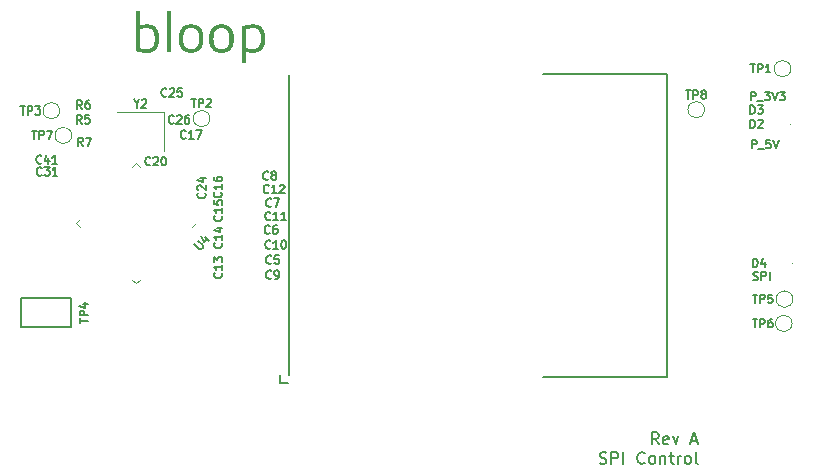
<source format=gbr>
G04 #@! TF.GenerationSoftware,KiCad,Pcbnew,(5.1.5)-3*
G04 #@! TF.CreationDate,2020-01-05T10:53:17-07:00*
G04 #@! TF.ProjectId,spi_control,7370695f-636f-46e7-9472-6f6c2e6b6963,A*
G04 #@! TF.SameCoordinates,Original*
G04 #@! TF.FileFunction,Legend,Top*
G04 #@! TF.FilePolarity,Positive*
%FSLAX46Y46*%
G04 Gerber Fmt 4.6, Leading zero omitted, Abs format (unit mm)*
G04 Created by KiCad (PCBNEW (5.1.5)-3) date 2020-01-05 10:53:17*
%MOMM*%
%LPD*%
G04 APERTURE LIST*
%ADD10C,0.150000*%
%ADD11C,0.120000*%
%ADD12C,0.010000*%
%ADD13C,0.100000*%
G04 APERTURE END LIST*
D10*
X176462666Y-100392666D02*
X176462666Y-99692666D01*
X176729333Y-99692666D01*
X176796000Y-99726000D01*
X176829333Y-99759333D01*
X176862666Y-99826000D01*
X176862666Y-99926000D01*
X176829333Y-99992666D01*
X176796000Y-100026000D01*
X176729333Y-100059333D01*
X176462666Y-100059333D01*
X176996000Y-100459333D02*
X177529333Y-100459333D01*
X178029333Y-99692666D02*
X177696000Y-99692666D01*
X177662666Y-100026000D01*
X177696000Y-99992666D01*
X177762666Y-99959333D01*
X177929333Y-99959333D01*
X177996000Y-99992666D01*
X178029333Y-100026000D01*
X178062666Y-100092666D01*
X178062666Y-100259333D01*
X178029333Y-100326000D01*
X177996000Y-100359333D01*
X177929333Y-100392666D01*
X177762666Y-100392666D01*
X177696000Y-100359333D01*
X177662666Y-100326000D01*
X178262666Y-99692666D02*
X178496000Y-100392666D01*
X178729333Y-99692666D01*
X176383333Y-96328666D02*
X176383333Y-95628666D01*
X176650000Y-95628666D01*
X176716666Y-95662000D01*
X176750000Y-95695333D01*
X176783333Y-95762000D01*
X176783333Y-95862000D01*
X176750000Y-95928666D01*
X176716666Y-95962000D01*
X176650000Y-95995333D01*
X176383333Y-95995333D01*
X176916666Y-96395333D02*
X177450000Y-96395333D01*
X177550000Y-95628666D02*
X177983333Y-95628666D01*
X177750000Y-95895333D01*
X177850000Y-95895333D01*
X177916666Y-95928666D01*
X177950000Y-95962000D01*
X177983333Y-96028666D01*
X177983333Y-96195333D01*
X177950000Y-96262000D01*
X177916666Y-96295333D01*
X177850000Y-96328666D01*
X177650000Y-96328666D01*
X177583333Y-96295333D01*
X177550000Y-96262000D01*
X178183333Y-95628666D02*
X178416666Y-96328666D01*
X178650000Y-95628666D01*
X178816666Y-95628666D02*
X179250000Y-95628666D01*
X179016666Y-95895333D01*
X179116666Y-95895333D01*
X179183333Y-95928666D01*
X179216666Y-95962000D01*
X179250000Y-96028666D01*
X179250000Y-96195333D01*
X179216666Y-96262000D01*
X179183333Y-96295333D01*
X179116666Y-96328666D01*
X178916666Y-96328666D01*
X178850000Y-96295333D01*
X178816666Y-96262000D01*
X176575333Y-111535333D02*
X176675333Y-111568666D01*
X176842000Y-111568666D01*
X176908666Y-111535333D01*
X176942000Y-111502000D01*
X176975333Y-111435333D01*
X176975333Y-111368666D01*
X176942000Y-111302000D01*
X176908666Y-111268666D01*
X176842000Y-111235333D01*
X176708666Y-111202000D01*
X176642000Y-111168666D01*
X176608666Y-111135333D01*
X176575333Y-111068666D01*
X176575333Y-111002000D01*
X176608666Y-110935333D01*
X176642000Y-110902000D01*
X176708666Y-110868666D01*
X176875333Y-110868666D01*
X176975333Y-110902000D01*
X177275333Y-111568666D02*
X177275333Y-110868666D01*
X177542000Y-110868666D01*
X177608666Y-110902000D01*
X177642000Y-110935333D01*
X177675333Y-111002000D01*
X177675333Y-111102000D01*
X177642000Y-111168666D01*
X177608666Y-111202000D01*
X177542000Y-111235333D01*
X177275333Y-111235333D01*
X177975333Y-111568666D02*
X177975333Y-110868666D01*
X168584328Y-125458980D02*
X168250995Y-124982790D01*
X168012900Y-125458980D02*
X168012900Y-124458980D01*
X168393852Y-124458980D01*
X168489090Y-124506600D01*
X168536709Y-124554219D01*
X168584328Y-124649457D01*
X168584328Y-124792314D01*
X168536709Y-124887552D01*
X168489090Y-124935171D01*
X168393852Y-124982790D01*
X168012900Y-124982790D01*
X169393852Y-125411361D02*
X169298614Y-125458980D01*
X169108138Y-125458980D01*
X169012900Y-125411361D01*
X168965280Y-125316123D01*
X168965280Y-124935171D01*
X169012900Y-124839933D01*
X169108138Y-124792314D01*
X169298614Y-124792314D01*
X169393852Y-124839933D01*
X169441471Y-124935171D01*
X169441471Y-125030409D01*
X168965280Y-125125647D01*
X169774804Y-124792314D02*
X170012900Y-125458980D01*
X170250995Y-124792314D01*
X171346233Y-125173266D02*
X171822423Y-125173266D01*
X171250995Y-125458980D02*
X171584328Y-124458980D01*
X171917661Y-125458980D01*
X163584328Y-127061361D02*
X163727185Y-127108980D01*
X163965280Y-127108980D01*
X164060519Y-127061361D01*
X164108138Y-127013742D01*
X164155757Y-126918504D01*
X164155757Y-126823266D01*
X164108138Y-126728028D01*
X164060519Y-126680409D01*
X163965280Y-126632790D01*
X163774804Y-126585171D01*
X163679566Y-126537552D01*
X163631947Y-126489933D01*
X163584328Y-126394695D01*
X163584328Y-126299457D01*
X163631947Y-126204219D01*
X163679566Y-126156600D01*
X163774804Y-126108980D01*
X164012900Y-126108980D01*
X164155757Y-126156600D01*
X164584328Y-127108980D02*
X164584328Y-126108980D01*
X164965280Y-126108980D01*
X165060519Y-126156600D01*
X165108138Y-126204219D01*
X165155757Y-126299457D01*
X165155757Y-126442314D01*
X165108138Y-126537552D01*
X165060519Y-126585171D01*
X164965280Y-126632790D01*
X164584328Y-126632790D01*
X165584328Y-127108980D02*
X165584328Y-126108980D01*
X167393852Y-127013742D02*
X167346233Y-127061361D01*
X167203376Y-127108980D01*
X167108138Y-127108980D01*
X166965280Y-127061361D01*
X166870042Y-126966123D01*
X166822423Y-126870885D01*
X166774804Y-126680409D01*
X166774804Y-126537552D01*
X166822423Y-126347076D01*
X166870042Y-126251838D01*
X166965280Y-126156600D01*
X167108138Y-126108980D01*
X167203376Y-126108980D01*
X167346233Y-126156600D01*
X167393852Y-126204219D01*
X167965280Y-127108980D02*
X167870042Y-127061361D01*
X167822423Y-127013742D01*
X167774804Y-126918504D01*
X167774804Y-126632790D01*
X167822423Y-126537552D01*
X167870042Y-126489933D01*
X167965280Y-126442314D01*
X168108138Y-126442314D01*
X168203376Y-126489933D01*
X168250995Y-126537552D01*
X168298614Y-126632790D01*
X168298614Y-126918504D01*
X168250995Y-127013742D01*
X168203376Y-127061361D01*
X168108138Y-127108980D01*
X167965280Y-127108980D01*
X168727185Y-126442314D02*
X168727185Y-127108980D01*
X168727185Y-126537552D02*
X168774804Y-126489933D01*
X168870042Y-126442314D01*
X169012900Y-126442314D01*
X169108138Y-126489933D01*
X169155757Y-126585171D01*
X169155757Y-127108980D01*
X169489090Y-126442314D02*
X169870042Y-126442314D01*
X169631947Y-126108980D02*
X169631947Y-126966123D01*
X169679566Y-127061361D01*
X169774804Y-127108980D01*
X169870042Y-127108980D01*
X170203376Y-127108980D02*
X170203376Y-126442314D01*
X170203376Y-126632790D02*
X170250995Y-126537552D01*
X170298614Y-126489933D01*
X170393852Y-126442314D01*
X170489090Y-126442314D01*
X170965280Y-127108980D02*
X170870042Y-127061361D01*
X170822423Y-127013742D01*
X170774804Y-126918504D01*
X170774804Y-126632790D01*
X170822423Y-126537552D01*
X170870042Y-126489933D01*
X170965280Y-126442314D01*
X171108138Y-126442314D01*
X171203376Y-126489933D01*
X171250995Y-126537552D01*
X171298614Y-126632790D01*
X171298614Y-126918504D01*
X171250995Y-127013742D01*
X171203376Y-127061361D01*
X171108138Y-127108980D01*
X170965280Y-127108980D01*
X171870042Y-127108980D02*
X171774804Y-127061361D01*
X171727185Y-126966123D01*
X171727185Y-126108980D01*
X136525000Y-120269000D02*
X136525000Y-119634000D01*
X137160000Y-120269000D02*
X136525000Y-120269000D01*
X169291000Y-94107000D02*
X158750000Y-94107000D01*
X169291000Y-119761000D02*
X169291000Y-94107000D01*
X158750000Y-119761000D02*
X169291000Y-119761000D01*
X137287000Y-94234000D02*
X137287000Y-119634000D01*
D11*
X126714000Y-97308400D02*
X122714000Y-97308400D01*
X126714000Y-100608400D02*
X126714000Y-97308400D01*
D12*
G36*
X134211938Y-89911805D02*
G01*
X134231055Y-89911865D01*
X134247705Y-89911995D01*
X134262346Y-89912217D01*
X134275437Y-89912552D01*
X134287438Y-89913019D01*
X134298807Y-89913640D01*
X134310005Y-89914437D01*
X134321491Y-89915429D01*
X134333723Y-89916638D01*
X134347161Y-89918085D01*
X134360073Y-89919539D01*
X134418525Y-89927639D01*
X134474866Y-89938355D01*
X134529088Y-89951680D01*
X134581182Y-89967612D01*
X134631138Y-89986145D01*
X134678948Y-90007276D01*
X134724604Y-90030998D01*
X134768095Y-90057309D01*
X134809414Y-90086203D01*
X134848550Y-90117677D01*
X134885497Y-90151724D01*
X134920244Y-90188342D01*
X134945370Y-90218130D01*
X134975438Y-90258244D01*
X135003509Y-90301042D01*
X135029546Y-90346444D01*
X135053511Y-90394371D01*
X135075367Y-90444744D01*
X135095077Y-90497484D01*
X135112604Y-90552513D01*
X135125527Y-90600106D01*
X135134880Y-90639636D01*
X135143201Y-90679747D01*
X135150549Y-90720861D01*
X135156986Y-90763400D01*
X135162573Y-90807789D01*
X135167372Y-90854448D01*
X135171443Y-90903801D01*
X135173214Y-90929460D01*
X135173843Y-90941578D01*
X135174366Y-90956632D01*
X135174785Y-90974175D01*
X135175102Y-90993759D01*
X135175318Y-91014933D01*
X135175434Y-91037252D01*
X135175451Y-91060265D01*
X135175372Y-91083525D01*
X135175197Y-91106583D01*
X135174928Y-91128992D01*
X135174566Y-91150302D01*
X135174113Y-91170066D01*
X135173570Y-91187834D01*
X135172938Y-91203160D01*
X135172332Y-91213940D01*
X135168367Y-91266717D01*
X135163630Y-91316568D01*
X135158073Y-91363874D01*
X135151648Y-91409017D01*
X135144306Y-91452380D01*
X135138155Y-91484026D01*
X135124465Y-91544384D01*
X135108730Y-91602057D01*
X135090937Y-91657071D01*
X135071068Y-91709456D01*
X135049108Y-91759236D01*
X135025042Y-91806441D01*
X134998852Y-91851098D01*
X134970525Y-91893233D01*
X134940042Y-91932875D01*
X134907390Y-91970050D01*
X134872551Y-92004785D01*
X134835511Y-92037109D01*
X134803201Y-92062041D01*
X134764202Y-92088455D01*
X134722663Y-92112675D01*
X134678645Y-92134674D01*
X134632209Y-92154428D01*
X134583415Y-92171911D01*
X134532325Y-92187096D01*
X134479000Y-92199958D01*
X134473526Y-92201120D01*
X134429624Y-92209375D01*
X134383685Y-92216148D01*
X134335639Y-92221435D01*
X134285415Y-92225234D01*
X134232942Y-92227543D01*
X134178151Y-92228358D01*
X134120969Y-92227677D01*
X134061326Y-92225497D01*
X133999152Y-92221817D01*
X133934376Y-92216633D01*
X133866926Y-92209943D01*
X133796732Y-92201744D01*
X133723724Y-92192033D01*
X133647831Y-92180809D01*
X133569026Y-92168075D01*
X133559365Y-92166461D01*
X133550890Y-92165062D01*
X133544154Y-92163969D01*
X133539708Y-92163270D01*
X133538123Y-92163053D01*
X133538036Y-92164723D01*
X133537952Y-92169642D01*
X133537869Y-92177670D01*
X133537789Y-92188669D01*
X133537712Y-92202501D01*
X133537638Y-92219027D01*
X133537568Y-92238110D01*
X133537502Y-92259609D01*
X133537440Y-92283387D01*
X133537382Y-92309306D01*
X133537329Y-92337226D01*
X133537281Y-92367010D01*
X133537238Y-92398519D01*
X133537201Y-92431614D01*
X133537170Y-92466157D01*
X133537146Y-92502009D01*
X133537128Y-92539032D01*
X133537117Y-92577088D01*
X133537113Y-92616038D01*
X133537113Y-93070680D01*
X133269564Y-93070680D01*
X133269989Y-91570028D01*
X133270126Y-91083203D01*
X133537113Y-91083203D01*
X133537113Y-91923594D01*
X133579870Y-91930821D01*
X133638324Y-91940496D01*
X133693792Y-91949247D01*
X133746536Y-91957111D01*
X133796817Y-91964121D01*
X133844897Y-91970312D01*
X133891039Y-91975720D01*
X133935504Y-91980379D01*
X133978554Y-91984324D01*
X133988386Y-91985142D01*
X133999921Y-91986062D01*
X134011103Y-91986901D01*
X134022410Y-91987688D01*
X134034320Y-91988452D01*
X134047311Y-91989221D01*
X134061861Y-91990024D01*
X134078447Y-91990888D01*
X134097547Y-91991844D01*
X134115386Y-91992713D01*
X134122335Y-91992926D01*
X134132080Y-91993051D01*
X134144124Y-91993093D01*
X134157965Y-91993061D01*
X134173105Y-91992961D01*
X134189043Y-91992799D01*
X134205280Y-91992583D01*
X134221316Y-91992321D01*
X134236651Y-91992017D01*
X134250787Y-91991681D01*
X134263222Y-91991317D01*
X134273458Y-91990935D01*
X134280995Y-91990539D01*
X134283026Y-91990389D01*
X134332461Y-91985126D01*
X134379250Y-91977823D01*
X134423485Y-91968433D01*
X134465257Y-91956910D01*
X134504656Y-91943208D01*
X134541774Y-91927282D01*
X134576702Y-91909085D01*
X134609531Y-91888571D01*
X134640353Y-91865695D01*
X134669258Y-91840411D01*
X134696338Y-91812672D01*
X134721684Y-91782432D01*
X134737360Y-91761288D01*
X134760157Y-91726344D01*
X134781180Y-91688519D01*
X134800427Y-91647822D01*
X134817897Y-91604260D01*
X134833587Y-91557840D01*
X134847494Y-91508569D01*
X134859618Y-91456453D01*
X134869956Y-91401500D01*
X134878505Y-91343717D01*
X134885264Y-91283111D01*
X134887475Y-91257966D01*
X134890997Y-91206654D01*
X134893391Y-91153580D01*
X134894662Y-91099448D01*
X134894816Y-91044962D01*
X134893858Y-90990825D01*
X134891795Y-90937741D01*
X134888631Y-90886413D01*
X134884373Y-90837546D01*
X134884075Y-90834633D01*
X134877317Y-90778472D01*
X134868870Y-90724530D01*
X134858779Y-90673049D01*
X134847089Y-90624271D01*
X134843459Y-90610858D01*
X134828667Y-90562433D01*
X134811964Y-90516797D01*
X134793328Y-90473929D01*
X134772735Y-90433805D01*
X134750160Y-90396403D01*
X134725581Y-90361700D01*
X134698974Y-90329673D01*
X134670314Y-90300299D01*
X134639580Y-90273555D01*
X134606746Y-90249420D01*
X134571790Y-90227869D01*
X134534687Y-90208881D01*
X134495414Y-90192433D01*
X134453948Y-90178501D01*
X134410265Y-90167064D01*
X134375313Y-90159980D01*
X134347889Y-90155500D01*
X134320554Y-90151921D01*
X134292658Y-90149191D01*
X134263552Y-90147262D01*
X134232587Y-90146081D01*
X134199113Y-90145600D01*
X134189893Y-90145583D01*
X134170984Y-90145645D01*
X134154093Y-90145834D01*
X134138529Y-90146183D01*
X134123602Y-90146728D01*
X134108621Y-90147504D01*
X134092896Y-90148544D01*
X134075736Y-90149884D01*
X134056450Y-90151559D01*
X134039186Y-90153147D01*
X134001684Y-90156993D01*
X133962241Y-90161662D01*
X133921336Y-90167070D01*
X133879450Y-90173134D01*
X133837062Y-90179770D01*
X133794653Y-90186894D01*
X133752701Y-90194423D01*
X133711689Y-90202274D01*
X133672094Y-90210362D01*
X133634398Y-90218604D01*
X133599080Y-90226916D01*
X133566621Y-90235215D01*
X133563626Y-90236020D01*
X133554914Y-90238363D01*
X133547421Y-90240357D01*
X133541725Y-90241848D01*
X133538405Y-90242686D01*
X133537803Y-90242813D01*
X133537759Y-90244489D01*
X133537716Y-90249450D01*
X133537674Y-90257595D01*
X133537633Y-90268821D01*
X133537592Y-90283026D01*
X133537553Y-90300109D01*
X133537515Y-90319969D01*
X133537478Y-90342502D01*
X133537442Y-90367609D01*
X133537408Y-90395186D01*
X133537375Y-90425132D01*
X133537344Y-90457345D01*
X133537314Y-90491724D01*
X133537286Y-90528166D01*
X133537260Y-90566571D01*
X133537235Y-90606836D01*
X133537213Y-90648859D01*
X133537192Y-90692539D01*
X133537174Y-90737774D01*
X133537158Y-90784462D01*
X133537144Y-90832501D01*
X133537133Y-90881790D01*
X133537124Y-90932227D01*
X133537118Y-90983710D01*
X133537114Y-91036137D01*
X133537113Y-91083203D01*
X133270126Y-91083203D01*
X133270413Y-90069377D01*
X133283960Y-90065443D01*
X133343399Y-90048637D01*
X133403845Y-90032435D01*
X133464887Y-90016926D01*
X133526118Y-90002197D01*
X133587127Y-89988335D01*
X133647506Y-89975428D01*
X133706846Y-89963564D01*
X133764739Y-89952831D01*
X133820775Y-89943316D01*
X133874546Y-89935106D01*
X133921500Y-89928802D01*
X133951714Y-89925128D01*
X133979212Y-89921999D01*
X134004615Y-89919373D01*
X134028544Y-89917213D01*
X134051618Y-89915478D01*
X134074458Y-89914130D01*
X134097684Y-89913130D01*
X134121917Y-89912437D01*
X134147778Y-89912013D01*
X134175886Y-89911818D01*
X134189893Y-89911794D01*
X134211938Y-89911805D01*
G37*
X134211938Y-89911805D02*
X134231055Y-89911865D01*
X134247705Y-89911995D01*
X134262346Y-89912217D01*
X134275437Y-89912552D01*
X134287438Y-89913019D01*
X134298807Y-89913640D01*
X134310005Y-89914437D01*
X134321491Y-89915429D01*
X134333723Y-89916638D01*
X134347161Y-89918085D01*
X134360073Y-89919539D01*
X134418525Y-89927639D01*
X134474866Y-89938355D01*
X134529088Y-89951680D01*
X134581182Y-89967612D01*
X134631138Y-89986145D01*
X134678948Y-90007276D01*
X134724604Y-90030998D01*
X134768095Y-90057309D01*
X134809414Y-90086203D01*
X134848550Y-90117677D01*
X134885497Y-90151724D01*
X134920244Y-90188342D01*
X134945370Y-90218130D01*
X134975438Y-90258244D01*
X135003509Y-90301042D01*
X135029546Y-90346444D01*
X135053511Y-90394371D01*
X135075367Y-90444744D01*
X135095077Y-90497484D01*
X135112604Y-90552513D01*
X135125527Y-90600106D01*
X135134880Y-90639636D01*
X135143201Y-90679747D01*
X135150549Y-90720861D01*
X135156986Y-90763400D01*
X135162573Y-90807789D01*
X135167372Y-90854448D01*
X135171443Y-90903801D01*
X135173214Y-90929460D01*
X135173843Y-90941578D01*
X135174366Y-90956632D01*
X135174785Y-90974175D01*
X135175102Y-90993759D01*
X135175318Y-91014933D01*
X135175434Y-91037252D01*
X135175451Y-91060265D01*
X135175372Y-91083525D01*
X135175197Y-91106583D01*
X135174928Y-91128992D01*
X135174566Y-91150302D01*
X135174113Y-91170066D01*
X135173570Y-91187834D01*
X135172938Y-91203160D01*
X135172332Y-91213940D01*
X135168367Y-91266717D01*
X135163630Y-91316568D01*
X135158073Y-91363874D01*
X135151648Y-91409017D01*
X135144306Y-91452380D01*
X135138155Y-91484026D01*
X135124465Y-91544384D01*
X135108730Y-91602057D01*
X135090937Y-91657071D01*
X135071068Y-91709456D01*
X135049108Y-91759236D01*
X135025042Y-91806441D01*
X134998852Y-91851098D01*
X134970525Y-91893233D01*
X134940042Y-91932875D01*
X134907390Y-91970050D01*
X134872551Y-92004785D01*
X134835511Y-92037109D01*
X134803201Y-92062041D01*
X134764202Y-92088455D01*
X134722663Y-92112675D01*
X134678645Y-92134674D01*
X134632209Y-92154428D01*
X134583415Y-92171911D01*
X134532325Y-92187096D01*
X134479000Y-92199958D01*
X134473526Y-92201120D01*
X134429624Y-92209375D01*
X134383685Y-92216148D01*
X134335639Y-92221435D01*
X134285415Y-92225234D01*
X134232942Y-92227543D01*
X134178151Y-92228358D01*
X134120969Y-92227677D01*
X134061326Y-92225497D01*
X133999152Y-92221817D01*
X133934376Y-92216633D01*
X133866926Y-92209943D01*
X133796732Y-92201744D01*
X133723724Y-92192033D01*
X133647831Y-92180809D01*
X133569026Y-92168075D01*
X133559365Y-92166461D01*
X133550890Y-92165062D01*
X133544154Y-92163969D01*
X133539708Y-92163270D01*
X133538123Y-92163053D01*
X133538036Y-92164723D01*
X133537952Y-92169642D01*
X133537869Y-92177670D01*
X133537789Y-92188669D01*
X133537712Y-92202501D01*
X133537638Y-92219027D01*
X133537568Y-92238110D01*
X133537502Y-92259609D01*
X133537440Y-92283387D01*
X133537382Y-92309306D01*
X133537329Y-92337226D01*
X133537281Y-92367010D01*
X133537238Y-92398519D01*
X133537201Y-92431614D01*
X133537170Y-92466157D01*
X133537146Y-92502009D01*
X133537128Y-92539032D01*
X133537117Y-92577088D01*
X133537113Y-92616038D01*
X133537113Y-93070680D01*
X133269564Y-93070680D01*
X133269989Y-91570028D01*
X133270126Y-91083203D01*
X133537113Y-91083203D01*
X133537113Y-91923594D01*
X133579870Y-91930821D01*
X133638324Y-91940496D01*
X133693792Y-91949247D01*
X133746536Y-91957111D01*
X133796817Y-91964121D01*
X133844897Y-91970312D01*
X133891039Y-91975720D01*
X133935504Y-91980379D01*
X133978554Y-91984324D01*
X133988386Y-91985142D01*
X133999921Y-91986062D01*
X134011103Y-91986901D01*
X134022410Y-91987688D01*
X134034320Y-91988452D01*
X134047311Y-91989221D01*
X134061861Y-91990024D01*
X134078447Y-91990888D01*
X134097547Y-91991844D01*
X134115386Y-91992713D01*
X134122335Y-91992926D01*
X134132080Y-91993051D01*
X134144124Y-91993093D01*
X134157965Y-91993061D01*
X134173105Y-91992961D01*
X134189043Y-91992799D01*
X134205280Y-91992583D01*
X134221316Y-91992321D01*
X134236651Y-91992017D01*
X134250787Y-91991681D01*
X134263222Y-91991317D01*
X134273458Y-91990935D01*
X134280995Y-91990539D01*
X134283026Y-91990389D01*
X134332461Y-91985126D01*
X134379250Y-91977823D01*
X134423485Y-91968433D01*
X134465257Y-91956910D01*
X134504656Y-91943208D01*
X134541774Y-91927282D01*
X134576702Y-91909085D01*
X134609531Y-91888571D01*
X134640353Y-91865695D01*
X134669258Y-91840411D01*
X134696338Y-91812672D01*
X134721684Y-91782432D01*
X134737360Y-91761288D01*
X134760157Y-91726344D01*
X134781180Y-91688519D01*
X134800427Y-91647822D01*
X134817897Y-91604260D01*
X134833587Y-91557840D01*
X134847494Y-91508569D01*
X134859618Y-91456453D01*
X134869956Y-91401500D01*
X134878505Y-91343717D01*
X134885264Y-91283111D01*
X134887475Y-91257966D01*
X134890997Y-91206654D01*
X134893391Y-91153580D01*
X134894662Y-91099448D01*
X134894816Y-91044962D01*
X134893858Y-90990825D01*
X134891795Y-90937741D01*
X134888631Y-90886413D01*
X134884373Y-90837546D01*
X134884075Y-90834633D01*
X134877317Y-90778472D01*
X134868870Y-90724530D01*
X134858779Y-90673049D01*
X134847089Y-90624271D01*
X134843459Y-90610858D01*
X134828667Y-90562433D01*
X134811964Y-90516797D01*
X134793328Y-90473929D01*
X134772735Y-90433805D01*
X134750160Y-90396403D01*
X134725581Y-90361700D01*
X134698974Y-90329673D01*
X134670314Y-90300299D01*
X134639580Y-90273555D01*
X134606746Y-90249420D01*
X134571790Y-90227869D01*
X134534687Y-90208881D01*
X134495414Y-90192433D01*
X134453948Y-90178501D01*
X134410265Y-90167064D01*
X134375313Y-90159980D01*
X134347889Y-90155500D01*
X134320554Y-90151921D01*
X134292658Y-90149191D01*
X134263552Y-90147262D01*
X134232587Y-90146081D01*
X134199113Y-90145600D01*
X134189893Y-90145583D01*
X134170984Y-90145645D01*
X134154093Y-90145834D01*
X134138529Y-90146183D01*
X134123602Y-90146728D01*
X134108621Y-90147504D01*
X134092896Y-90148544D01*
X134075736Y-90149884D01*
X134056450Y-90151559D01*
X134039186Y-90153147D01*
X134001684Y-90156993D01*
X133962241Y-90161662D01*
X133921336Y-90167070D01*
X133879450Y-90173134D01*
X133837062Y-90179770D01*
X133794653Y-90186894D01*
X133752701Y-90194423D01*
X133711689Y-90202274D01*
X133672094Y-90210362D01*
X133634398Y-90218604D01*
X133599080Y-90226916D01*
X133566621Y-90235215D01*
X133563626Y-90236020D01*
X133554914Y-90238363D01*
X133547421Y-90240357D01*
X133541725Y-90241848D01*
X133538405Y-90242686D01*
X133537803Y-90242813D01*
X133537759Y-90244489D01*
X133537716Y-90249450D01*
X133537674Y-90257595D01*
X133537633Y-90268821D01*
X133537592Y-90283026D01*
X133537553Y-90300109D01*
X133537515Y-90319969D01*
X133537478Y-90342502D01*
X133537442Y-90367609D01*
X133537408Y-90395186D01*
X133537375Y-90425132D01*
X133537344Y-90457345D01*
X133537314Y-90491724D01*
X133537286Y-90528166D01*
X133537260Y-90566571D01*
X133537235Y-90606836D01*
X133537213Y-90648859D01*
X133537192Y-90692539D01*
X133537174Y-90737774D01*
X133537158Y-90784462D01*
X133537144Y-90832501D01*
X133537133Y-90881790D01*
X133537124Y-90932227D01*
X133537118Y-90983710D01*
X133537114Y-91036137D01*
X133537113Y-91083203D01*
X133270126Y-91083203D01*
X133270413Y-90069377D01*
X133283960Y-90065443D01*
X133343399Y-90048637D01*
X133403845Y-90032435D01*
X133464887Y-90016926D01*
X133526118Y-90002197D01*
X133587127Y-89988335D01*
X133647506Y-89975428D01*
X133706846Y-89963564D01*
X133764739Y-89952831D01*
X133820775Y-89943316D01*
X133874546Y-89935106D01*
X133921500Y-89928802D01*
X133951714Y-89925128D01*
X133979212Y-89921999D01*
X134004615Y-89919373D01*
X134028544Y-89917213D01*
X134051618Y-89915478D01*
X134074458Y-89914130D01*
X134097684Y-89913130D01*
X134121917Y-89912437D01*
X134147778Y-89912013D01*
X134175886Y-89911818D01*
X134189893Y-89911794D01*
X134211938Y-89911805D01*
G36*
X124552286Y-90003675D02*
G01*
X124574723Y-89998030D01*
X124660378Y-89977743D01*
X124745546Y-89960139D01*
X124830831Y-89945121D01*
X124916842Y-89932593D01*
X125004182Y-89922456D01*
X125093459Y-89914615D01*
X125099233Y-89914191D01*
X125109427Y-89913592D01*
X125122409Y-89913052D01*
X125137694Y-89912575D01*
X125154793Y-89912166D01*
X125173219Y-89911827D01*
X125192486Y-89911564D01*
X125212105Y-89911379D01*
X125231590Y-89911278D01*
X125250453Y-89911263D01*
X125268207Y-89911338D01*
X125284365Y-89911508D01*
X125298440Y-89911777D01*
X125309944Y-89912148D01*
X125315980Y-89912456D01*
X125365877Y-89916416D01*
X125413210Y-89921913D01*
X125458474Y-89929039D01*
X125502167Y-89937886D01*
X125544788Y-89948546D01*
X125586832Y-89961110D01*
X125596226Y-89964197D01*
X125645805Y-89982423D01*
X125693250Y-90003275D01*
X125738555Y-90026750D01*
X125781716Y-90052842D01*
X125822727Y-90081549D01*
X125861582Y-90112866D01*
X125898276Y-90146788D01*
X125932803Y-90183312D01*
X125965158Y-90222433D01*
X125995335Y-90264148D01*
X125999195Y-90269906D01*
X126010155Y-90286622D01*
X126019608Y-90301572D01*
X126028094Y-90315686D01*
X126036154Y-90329896D01*
X126044328Y-90345131D01*
X126053158Y-90362323D01*
X126054800Y-90365580D01*
X126077456Y-90413857D01*
X126098026Y-90464467D01*
X126116521Y-90517458D01*
X126132952Y-90572879D01*
X126147333Y-90630779D01*
X126159673Y-90691207D01*
X126169985Y-90754212D01*
X126178282Y-90819843D01*
X126184574Y-90888149D01*
X126186348Y-90913373D01*
X126187786Y-90939624D01*
X126188899Y-90968582D01*
X126189690Y-90999584D01*
X126190157Y-91031967D01*
X126190300Y-91065066D01*
X126190121Y-91098219D01*
X126189618Y-91130761D01*
X126188792Y-91162029D01*
X126187643Y-91191359D01*
X126186314Y-91215856D01*
X126180751Y-91286675D01*
X126173145Y-91354806D01*
X126163488Y-91420265D01*
X126151774Y-91483070D01*
X126137994Y-91543238D01*
X126122141Y-91600786D01*
X126104209Y-91655732D01*
X126084191Y-91708092D01*
X126062078Y-91757883D01*
X126037865Y-91805124D01*
X126011543Y-91849831D01*
X125983105Y-91892022D01*
X125952545Y-91931714D01*
X125919854Y-91968924D01*
X125885027Y-92003668D01*
X125848055Y-92035966D01*
X125841592Y-92041186D01*
X125813448Y-92062643D01*
X125784979Y-92082236D01*
X125755318Y-92100511D01*
X125723602Y-92118017D01*
X125705418Y-92127292D01*
X125663120Y-92146946D01*
X125619531Y-92164463D01*
X125574447Y-92179893D01*
X125527659Y-92193284D01*
X125478963Y-92204686D01*
X125428152Y-92214149D01*
X125375019Y-92221721D01*
X125319359Y-92227453D01*
X125273035Y-92230736D01*
X125265560Y-92231057D01*
X125255239Y-92231341D01*
X125242568Y-92231586D01*
X125228045Y-92231790D01*
X125212166Y-92231951D01*
X125195429Y-92232068D01*
X125178330Y-92232139D01*
X125161366Y-92232163D01*
X125145035Y-92232137D01*
X125129833Y-92232061D01*
X125116257Y-92231931D01*
X125104805Y-92231747D01*
X125095972Y-92231508D01*
X125092460Y-92231354D01*
X125056618Y-92229248D01*
X125021136Y-92226780D01*
X124985792Y-92223913D01*
X124950364Y-92220615D01*
X124914630Y-92216851D01*
X124878367Y-92212587D01*
X124841354Y-92207789D01*
X124803369Y-92202422D01*
X124764189Y-92196452D01*
X124723593Y-92189845D01*
X124681358Y-92182568D01*
X124637264Y-92174585D01*
X124591086Y-92165863D01*
X124542604Y-92156367D01*
X124491596Y-92146064D01*
X124437839Y-92134918D01*
X124381112Y-92122896D01*
X124363480Y-92119114D01*
X124348321Y-92115851D01*
X124334090Y-92112785D01*
X124321149Y-92109994D01*
X124309862Y-92107556D01*
X124300592Y-92105550D01*
X124293700Y-92104054D01*
X124289549Y-92103146D01*
X124288550Y-92102922D01*
X124284740Y-92102028D01*
X124284740Y-90243097D01*
X124552286Y-90243097D01*
X124552286Y-91923782D01*
X124573030Y-91927435D01*
X124581204Y-91928879D01*
X124591817Y-91930757D01*
X124603971Y-91932912D01*
X124616772Y-91935185D01*
X124629322Y-91937417D01*
X124631026Y-91937720D01*
X124674821Y-91945262D01*
X124719713Y-91952508D01*
X124764959Y-91959353D01*
X124809814Y-91965691D01*
X124853532Y-91971417D01*
X124895371Y-91976423D01*
X124929053Y-91980051D01*
X124947615Y-91981897D01*
X124964920Y-91983527D01*
X124981522Y-91984983D01*
X124997976Y-91986302D01*
X125014839Y-91987525D01*
X125032665Y-91988692D01*
X125052011Y-91989841D01*
X125073431Y-91991013D01*
X125097481Y-91992246D01*
X125106853Y-91992712D01*
X125115370Y-91992989D01*
X125126724Y-91993147D01*
X125140390Y-91993193D01*
X125155846Y-91993136D01*
X125172568Y-91992986D01*
X125190033Y-91992752D01*
X125207719Y-91992442D01*
X125225101Y-91992066D01*
X125241657Y-91991633D01*
X125256863Y-91991151D01*
X125270197Y-91990631D01*
X125281134Y-91990080D01*
X125288455Y-91989570D01*
X125333075Y-91984976D01*
X125374863Y-91979043D01*
X125414126Y-91971694D01*
X125451175Y-91962851D01*
X125486320Y-91952437D01*
X125519870Y-91940376D01*
X125552134Y-91926590D01*
X125564053Y-91920917D01*
X125598757Y-91902250D01*
X125631531Y-91881153D01*
X125662393Y-91857594D01*
X125691357Y-91831543D01*
X125718439Y-91802966D01*
X125743655Y-91771834D01*
X125767021Y-91738113D01*
X125788552Y-91701773D01*
X125808264Y-91662781D01*
X125826172Y-91621107D01*
X125842293Y-91576718D01*
X125856641Y-91529582D01*
X125869233Y-91479669D01*
X125880085Y-91426946D01*
X125889212Y-91371382D01*
X125896629Y-91312945D01*
X125902353Y-91251604D01*
X125903511Y-91235953D01*
X125905014Y-91211330D01*
X125906276Y-91184015D01*
X125907290Y-91154693D01*
X125908047Y-91124051D01*
X125908538Y-91092774D01*
X125908756Y-91061549D01*
X125908692Y-91031061D01*
X125908338Y-91001997D01*
X125907685Y-90975042D01*
X125906915Y-90954860D01*
X125903172Y-90892580D01*
X125897779Y-90833141D01*
X125890710Y-90776411D01*
X125881940Y-90722259D01*
X125871446Y-90670555D01*
X125859204Y-90621169D01*
X125845187Y-90573970D01*
X125829373Y-90528828D01*
X125825188Y-90517980D01*
X125816742Y-90497877D01*
X125806701Y-90476288D01*
X125795495Y-90454015D01*
X125783557Y-90431860D01*
X125771316Y-90410626D01*
X125759204Y-90391115D01*
X125748731Y-90375638D01*
X125725791Y-90345797D01*
X125700518Y-90317336D01*
X125673419Y-90290749D01*
X125645000Y-90266533D01*
X125615767Y-90245182D01*
X125615026Y-90244687D01*
X125580519Y-90223583D01*
X125544049Y-90205019D01*
X125505550Y-90188975D01*
X125464954Y-90175428D01*
X125422197Y-90164358D01*
X125377210Y-90155744D01*
X125329929Y-90149564D01*
X125313440Y-90148024D01*
X125283274Y-90146088D01*
X125250220Y-90145097D01*
X125214637Y-90145030D01*
X125176883Y-90145866D01*
X125137316Y-90147584D01*
X125096295Y-90150166D01*
X125054179Y-90153590D01*
X125011326Y-90157836D01*
X124968095Y-90162884D01*
X124924843Y-90168714D01*
X124910101Y-90170884D01*
X124865270Y-90178009D01*
X124817983Y-90186237D01*
X124768935Y-90195429D01*
X124718823Y-90205447D01*
X124668340Y-90216154D01*
X124618183Y-90227412D01*
X124581496Y-90236061D01*
X124552286Y-90243097D01*
X124284740Y-90243097D01*
X124284740Y-88773000D01*
X124552286Y-88773000D01*
X124552286Y-90003675D01*
G37*
X124552286Y-90003675D02*
X124574723Y-89998030D01*
X124660378Y-89977743D01*
X124745546Y-89960139D01*
X124830831Y-89945121D01*
X124916842Y-89932593D01*
X125004182Y-89922456D01*
X125093459Y-89914615D01*
X125099233Y-89914191D01*
X125109427Y-89913592D01*
X125122409Y-89913052D01*
X125137694Y-89912575D01*
X125154793Y-89912166D01*
X125173219Y-89911827D01*
X125192486Y-89911564D01*
X125212105Y-89911379D01*
X125231590Y-89911278D01*
X125250453Y-89911263D01*
X125268207Y-89911338D01*
X125284365Y-89911508D01*
X125298440Y-89911777D01*
X125309944Y-89912148D01*
X125315980Y-89912456D01*
X125365877Y-89916416D01*
X125413210Y-89921913D01*
X125458474Y-89929039D01*
X125502167Y-89937886D01*
X125544788Y-89948546D01*
X125586832Y-89961110D01*
X125596226Y-89964197D01*
X125645805Y-89982423D01*
X125693250Y-90003275D01*
X125738555Y-90026750D01*
X125781716Y-90052842D01*
X125822727Y-90081549D01*
X125861582Y-90112866D01*
X125898276Y-90146788D01*
X125932803Y-90183312D01*
X125965158Y-90222433D01*
X125995335Y-90264148D01*
X125999195Y-90269906D01*
X126010155Y-90286622D01*
X126019608Y-90301572D01*
X126028094Y-90315686D01*
X126036154Y-90329896D01*
X126044328Y-90345131D01*
X126053158Y-90362323D01*
X126054800Y-90365580D01*
X126077456Y-90413857D01*
X126098026Y-90464467D01*
X126116521Y-90517458D01*
X126132952Y-90572879D01*
X126147333Y-90630779D01*
X126159673Y-90691207D01*
X126169985Y-90754212D01*
X126178282Y-90819843D01*
X126184574Y-90888149D01*
X126186348Y-90913373D01*
X126187786Y-90939624D01*
X126188899Y-90968582D01*
X126189690Y-90999584D01*
X126190157Y-91031967D01*
X126190300Y-91065066D01*
X126190121Y-91098219D01*
X126189618Y-91130761D01*
X126188792Y-91162029D01*
X126187643Y-91191359D01*
X126186314Y-91215856D01*
X126180751Y-91286675D01*
X126173145Y-91354806D01*
X126163488Y-91420265D01*
X126151774Y-91483070D01*
X126137994Y-91543238D01*
X126122141Y-91600786D01*
X126104209Y-91655732D01*
X126084191Y-91708092D01*
X126062078Y-91757883D01*
X126037865Y-91805124D01*
X126011543Y-91849831D01*
X125983105Y-91892022D01*
X125952545Y-91931714D01*
X125919854Y-91968924D01*
X125885027Y-92003668D01*
X125848055Y-92035966D01*
X125841592Y-92041186D01*
X125813448Y-92062643D01*
X125784979Y-92082236D01*
X125755318Y-92100511D01*
X125723602Y-92118017D01*
X125705418Y-92127292D01*
X125663120Y-92146946D01*
X125619531Y-92164463D01*
X125574447Y-92179893D01*
X125527659Y-92193284D01*
X125478963Y-92204686D01*
X125428152Y-92214149D01*
X125375019Y-92221721D01*
X125319359Y-92227453D01*
X125273035Y-92230736D01*
X125265560Y-92231057D01*
X125255239Y-92231341D01*
X125242568Y-92231586D01*
X125228045Y-92231790D01*
X125212166Y-92231951D01*
X125195429Y-92232068D01*
X125178330Y-92232139D01*
X125161366Y-92232163D01*
X125145035Y-92232137D01*
X125129833Y-92232061D01*
X125116257Y-92231931D01*
X125104805Y-92231747D01*
X125095972Y-92231508D01*
X125092460Y-92231354D01*
X125056618Y-92229248D01*
X125021136Y-92226780D01*
X124985792Y-92223913D01*
X124950364Y-92220615D01*
X124914630Y-92216851D01*
X124878367Y-92212587D01*
X124841354Y-92207789D01*
X124803369Y-92202422D01*
X124764189Y-92196452D01*
X124723593Y-92189845D01*
X124681358Y-92182568D01*
X124637264Y-92174585D01*
X124591086Y-92165863D01*
X124542604Y-92156367D01*
X124491596Y-92146064D01*
X124437839Y-92134918D01*
X124381112Y-92122896D01*
X124363480Y-92119114D01*
X124348321Y-92115851D01*
X124334090Y-92112785D01*
X124321149Y-92109994D01*
X124309862Y-92107556D01*
X124300592Y-92105550D01*
X124293700Y-92104054D01*
X124289549Y-92103146D01*
X124288550Y-92102922D01*
X124284740Y-92102028D01*
X124284740Y-90243097D01*
X124552286Y-90243097D01*
X124552286Y-91923782D01*
X124573030Y-91927435D01*
X124581204Y-91928879D01*
X124591817Y-91930757D01*
X124603971Y-91932912D01*
X124616772Y-91935185D01*
X124629322Y-91937417D01*
X124631026Y-91937720D01*
X124674821Y-91945262D01*
X124719713Y-91952508D01*
X124764959Y-91959353D01*
X124809814Y-91965691D01*
X124853532Y-91971417D01*
X124895371Y-91976423D01*
X124929053Y-91980051D01*
X124947615Y-91981897D01*
X124964920Y-91983527D01*
X124981522Y-91984983D01*
X124997976Y-91986302D01*
X125014839Y-91987525D01*
X125032665Y-91988692D01*
X125052011Y-91989841D01*
X125073431Y-91991013D01*
X125097481Y-91992246D01*
X125106853Y-91992712D01*
X125115370Y-91992989D01*
X125126724Y-91993147D01*
X125140390Y-91993193D01*
X125155846Y-91993136D01*
X125172568Y-91992986D01*
X125190033Y-91992752D01*
X125207719Y-91992442D01*
X125225101Y-91992066D01*
X125241657Y-91991633D01*
X125256863Y-91991151D01*
X125270197Y-91990631D01*
X125281134Y-91990080D01*
X125288455Y-91989570D01*
X125333075Y-91984976D01*
X125374863Y-91979043D01*
X125414126Y-91971694D01*
X125451175Y-91962851D01*
X125486320Y-91952437D01*
X125519870Y-91940376D01*
X125552134Y-91926590D01*
X125564053Y-91920917D01*
X125598757Y-91902250D01*
X125631531Y-91881153D01*
X125662393Y-91857594D01*
X125691357Y-91831543D01*
X125718439Y-91802966D01*
X125743655Y-91771834D01*
X125767021Y-91738113D01*
X125788552Y-91701773D01*
X125808264Y-91662781D01*
X125826172Y-91621107D01*
X125842293Y-91576718D01*
X125856641Y-91529582D01*
X125869233Y-91479669D01*
X125880085Y-91426946D01*
X125889212Y-91371382D01*
X125896629Y-91312945D01*
X125902353Y-91251604D01*
X125903511Y-91235953D01*
X125905014Y-91211330D01*
X125906276Y-91184015D01*
X125907290Y-91154693D01*
X125908047Y-91124051D01*
X125908538Y-91092774D01*
X125908756Y-91061549D01*
X125908692Y-91031061D01*
X125908338Y-91001997D01*
X125907685Y-90975042D01*
X125906915Y-90954860D01*
X125903172Y-90892580D01*
X125897779Y-90833141D01*
X125890710Y-90776411D01*
X125881940Y-90722259D01*
X125871446Y-90670555D01*
X125859204Y-90621169D01*
X125845187Y-90573970D01*
X125829373Y-90528828D01*
X125825188Y-90517980D01*
X125816742Y-90497877D01*
X125806701Y-90476288D01*
X125795495Y-90454015D01*
X125783557Y-90431860D01*
X125771316Y-90410626D01*
X125759204Y-90391115D01*
X125748731Y-90375638D01*
X125725791Y-90345797D01*
X125700518Y-90317336D01*
X125673419Y-90290749D01*
X125645000Y-90266533D01*
X125615767Y-90245182D01*
X125615026Y-90244687D01*
X125580519Y-90223583D01*
X125544049Y-90205019D01*
X125505550Y-90188975D01*
X125464954Y-90175428D01*
X125422197Y-90164358D01*
X125377210Y-90155744D01*
X125329929Y-90149564D01*
X125313440Y-90148024D01*
X125283274Y-90146088D01*
X125250220Y-90145097D01*
X125214637Y-90145030D01*
X125176883Y-90145866D01*
X125137316Y-90147584D01*
X125096295Y-90150166D01*
X125054179Y-90153590D01*
X125011326Y-90157836D01*
X124968095Y-90162884D01*
X124924843Y-90168714D01*
X124910101Y-90170884D01*
X124865270Y-90178009D01*
X124817983Y-90186237D01*
X124768935Y-90195429D01*
X124718823Y-90205447D01*
X124668340Y-90216154D01*
X124618183Y-90227412D01*
X124581496Y-90236061D01*
X124552286Y-90243097D01*
X124284740Y-90243097D01*
X124284740Y-88773000D01*
X124552286Y-88773000D01*
X124552286Y-90003675D01*
G36*
X128972505Y-89911403D02*
G01*
X128996200Y-89911736D01*
X129017095Y-89912165D01*
X129035780Y-89912724D01*
X129052841Y-89913448D01*
X129068864Y-89914370D01*
X129084439Y-89915527D01*
X129100152Y-89916953D01*
X129116590Y-89918682D01*
X129134341Y-89920749D01*
X129137744Y-89921162D01*
X129196770Y-89929759D01*
X129253510Y-89940852D01*
X129307974Y-89954446D01*
X129360170Y-89970546D01*
X129410109Y-89989158D01*
X129457799Y-90010287D01*
X129503249Y-90033938D01*
X129546469Y-90060116D01*
X129587468Y-90088827D01*
X129626254Y-90120075D01*
X129662838Y-90153866D01*
X129697228Y-90190206D01*
X129729434Y-90229099D01*
X129759464Y-90270550D01*
X129763576Y-90276680D01*
X129790869Y-90320599D01*
X129816017Y-90366980D01*
X129839025Y-90415841D01*
X129859895Y-90467195D01*
X129878631Y-90521059D01*
X129895238Y-90577450D01*
X129909719Y-90636382D01*
X129922078Y-90697872D01*
X129932318Y-90761935D01*
X129940444Y-90828588D01*
X129946458Y-90897845D01*
X129950366Y-90969724D01*
X129952170Y-91044239D01*
X129952305Y-91071700D01*
X129951239Y-91147412D01*
X129948044Y-91220496D01*
X129942716Y-91290959D01*
X129935253Y-91358807D01*
X129925651Y-91424047D01*
X129913908Y-91486687D01*
X129900021Y-91546733D01*
X129883986Y-91604193D01*
X129865801Y-91659073D01*
X129845463Y-91711381D01*
X129822969Y-91761123D01*
X129798316Y-91808306D01*
X129771501Y-91852939D01*
X129742521Y-91895026D01*
X129711373Y-91934577D01*
X129678055Y-91971597D01*
X129642562Y-92006093D01*
X129604893Y-92038074D01*
X129565045Y-92067545D01*
X129523913Y-92093976D01*
X129480157Y-92118248D01*
X129434032Y-92140138D01*
X129385587Y-92159635D01*
X129334872Y-92176731D01*
X129281935Y-92191414D01*
X129226824Y-92203674D01*
X129169589Y-92213502D01*
X129110279Y-92220887D01*
X129048942Y-92225818D01*
X128985627Y-92228287D01*
X128920384Y-92228281D01*
X128883833Y-92227226D01*
X128820954Y-92223512D01*
X128760205Y-92217336D01*
X128701613Y-92208709D01*
X128645207Y-92197637D01*
X128591015Y-92184131D01*
X128539066Y-92168199D01*
X128489389Y-92149851D01*
X128442011Y-92129094D01*
X128396962Y-92105937D01*
X128354269Y-92080391D01*
X128313961Y-92052463D01*
X128308162Y-92048099D01*
X128274704Y-92020931D01*
X128241998Y-91990995D01*
X128210656Y-91958907D01*
X128181291Y-91925282D01*
X128162941Y-91902087D01*
X128134234Y-91861552D01*
X128107537Y-91818321D01*
X128082863Y-91772436D01*
X128060226Y-91723936D01*
X128039639Y-91672860D01*
X128021114Y-91619250D01*
X128004664Y-91563144D01*
X127990302Y-91504583D01*
X127978042Y-91443606D01*
X127967896Y-91380255D01*
X127959877Y-91314567D01*
X127955144Y-91262200D01*
X127953520Y-91240332D01*
X127952170Y-91220123D01*
X127951070Y-91200944D01*
X127950199Y-91182167D01*
X127949535Y-91163162D01*
X127949057Y-91143300D01*
X127948741Y-91121953D01*
X127948567Y-91098492D01*
X127948513Y-91072288D01*
X127948513Y-91071700D01*
X127948562Y-91060425D01*
X128230260Y-91060425D01*
X128230260Y-91081963D01*
X128230338Y-91103250D01*
X128230493Y-91123769D01*
X128230726Y-91143003D01*
X128231037Y-91160437D01*
X128231425Y-91175552D01*
X128231890Y-91187833D01*
X128231924Y-91188540D01*
X128235642Y-91249104D01*
X128240772Y-91306690D01*
X128247338Y-91361407D01*
X128255362Y-91413366D01*
X128264868Y-91462676D01*
X128275880Y-91509448D01*
X128288420Y-91553792D01*
X128302512Y-91595818D01*
X128318180Y-91635636D01*
X128334360Y-91671140D01*
X128354905Y-91710005D01*
X128377333Y-91746234D01*
X128401693Y-91779857D01*
X128428031Y-91810901D01*
X128456397Y-91839397D01*
X128486837Y-91865374D01*
X128519399Y-91888860D01*
X128554132Y-91909885D01*
X128591083Y-91928479D01*
X128630300Y-91944669D01*
X128671830Y-91958486D01*
X128715722Y-91969958D01*
X128762022Y-91979114D01*
X128810780Y-91985985D01*
X128857586Y-91990293D01*
X128883272Y-91991789D01*
X128910804Y-91992829D01*
X128939189Y-91993403D01*
X128967439Y-91993502D01*
X128994562Y-91993115D01*
X129019569Y-91992234D01*
X129025226Y-91991943D01*
X129074506Y-91988241D01*
X129121086Y-91982676D01*
X129165125Y-91975201D01*
X129206781Y-91965769D01*
X129246212Y-91954334D01*
X129283578Y-91940849D01*
X129319036Y-91925266D01*
X129352746Y-91907539D01*
X129384865Y-91887621D01*
X129390140Y-91884041D01*
X129417893Y-91863230D01*
X129444968Y-91839533D01*
X129470878Y-91813447D01*
X129495138Y-91785467D01*
X129517263Y-91756088D01*
X129521535Y-91749872D01*
X129543438Y-91714900D01*
X129563566Y-91677395D01*
X129581930Y-91637312D01*
X129598543Y-91594609D01*
X129613417Y-91549240D01*
X129626564Y-91501164D01*
X129637997Y-91450336D01*
X129647728Y-91396713D01*
X129655770Y-91340251D01*
X129662133Y-91280906D01*
X129665297Y-91241880D01*
X129667992Y-91196494D01*
X129669774Y-91149041D01*
X129670655Y-91100223D01*
X129670644Y-91050742D01*
X129669752Y-91001302D01*
X129667989Y-90952603D01*
X129665366Y-90905349D01*
X129661892Y-90860242D01*
X129659329Y-90833786D01*
X129652117Y-90775242D01*
X129643087Y-90719313D01*
X129632251Y-90666046D01*
X129619621Y-90615486D01*
X129605209Y-90567680D01*
X129589026Y-90522674D01*
X129571084Y-90480514D01*
X129566286Y-90470343D01*
X129545693Y-90430874D01*
X129523202Y-90394105D01*
X129498767Y-90360003D01*
X129472343Y-90328537D01*
X129443883Y-90299676D01*
X129413341Y-90273389D01*
X129380671Y-90249644D01*
X129345827Y-90228411D01*
X129308764Y-90209658D01*
X129269434Y-90193354D01*
X129227792Y-90179467D01*
X129183792Y-90167966D01*
X129137388Y-90158821D01*
X129098886Y-90153227D01*
X129082024Y-90151226D01*
X129066436Y-90149590D01*
X129051495Y-90148288D01*
X129036578Y-90147285D01*
X129021059Y-90146550D01*
X129004314Y-90146048D01*
X128985718Y-90145749D01*
X128964645Y-90145617D01*
X128954106Y-90145604D01*
X128931975Y-90145669D01*
X128912578Y-90145883D01*
X128895268Y-90146278D01*
X128879393Y-90146886D01*
X128864306Y-90147739D01*
X128849356Y-90148867D01*
X128833894Y-90150302D01*
X128817270Y-90152077D01*
X128814619Y-90152376D01*
X128765872Y-90159182D01*
X128719602Y-90168262D01*
X128675747Y-90179645D01*
X128634246Y-90193363D01*
X128595040Y-90209445D01*
X128558066Y-90227922D01*
X128523264Y-90248824D01*
X128490572Y-90272181D01*
X128459931Y-90298025D01*
X128431279Y-90326385D01*
X128405223Y-90356458D01*
X128399605Y-90363723D01*
X128392881Y-90372844D01*
X128385771Y-90382824D01*
X128378992Y-90392666D01*
X128376721Y-90396060D01*
X128355271Y-90430885D01*
X128335560Y-90468078D01*
X128317573Y-90507699D01*
X128301294Y-90549808D01*
X128286707Y-90594463D01*
X128273798Y-90641726D01*
X128262550Y-90691654D01*
X128252949Y-90744309D01*
X128244978Y-90799749D01*
X128238623Y-90858034D01*
X128233867Y-90919223D01*
X128231893Y-90954860D01*
X128231426Y-90967054D01*
X128231037Y-90982097D01*
X128230726Y-90999472D01*
X128230493Y-91018663D01*
X128230337Y-91039153D01*
X128230260Y-91060425D01*
X127948562Y-91060425D01*
X127948677Y-91034449D01*
X127949190Y-90999941D01*
X127950084Y-90967546D01*
X127951392Y-90936635D01*
X127953145Y-90906579D01*
X127955376Y-90876748D01*
X127958118Y-90846513D01*
X127961401Y-90815246D01*
X127961806Y-90811631D01*
X127970565Y-90744900D01*
X127981495Y-90680766D01*
X127994599Y-90619226D01*
X128009878Y-90560278D01*
X128027334Y-90503919D01*
X128046968Y-90450145D01*
X128068783Y-90398955D01*
X128092779Y-90350345D01*
X128118959Y-90304313D01*
X128147323Y-90260856D01*
X128177874Y-90219971D01*
X128210614Y-90181655D01*
X128245543Y-90145906D01*
X128282664Y-90112720D01*
X128321979Y-90082096D01*
X128363487Y-90054030D01*
X128407193Y-90028519D01*
X128429597Y-90016858D01*
X128472291Y-89996866D01*
X128516043Y-89979152D01*
X128561187Y-89963616D01*
X128608059Y-89950157D01*
X128656995Y-89938674D01*
X128708329Y-89929067D01*
X128737486Y-89924579D01*
X128763554Y-89921055D01*
X128788555Y-89918125D01*
X128813062Y-89915756D01*
X128837649Y-89913916D01*
X128862890Y-89912572D01*
X128889358Y-89911694D01*
X128917629Y-89911248D01*
X128948275Y-89911202D01*
X128972505Y-89911403D01*
G37*
X128972505Y-89911403D02*
X128996200Y-89911736D01*
X129017095Y-89912165D01*
X129035780Y-89912724D01*
X129052841Y-89913448D01*
X129068864Y-89914370D01*
X129084439Y-89915527D01*
X129100152Y-89916953D01*
X129116590Y-89918682D01*
X129134341Y-89920749D01*
X129137744Y-89921162D01*
X129196770Y-89929759D01*
X129253510Y-89940852D01*
X129307974Y-89954446D01*
X129360170Y-89970546D01*
X129410109Y-89989158D01*
X129457799Y-90010287D01*
X129503249Y-90033938D01*
X129546469Y-90060116D01*
X129587468Y-90088827D01*
X129626254Y-90120075D01*
X129662838Y-90153866D01*
X129697228Y-90190206D01*
X129729434Y-90229099D01*
X129759464Y-90270550D01*
X129763576Y-90276680D01*
X129790869Y-90320599D01*
X129816017Y-90366980D01*
X129839025Y-90415841D01*
X129859895Y-90467195D01*
X129878631Y-90521059D01*
X129895238Y-90577450D01*
X129909719Y-90636382D01*
X129922078Y-90697872D01*
X129932318Y-90761935D01*
X129940444Y-90828588D01*
X129946458Y-90897845D01*
X129950366Y-90969724D01*
X129952170Y-91044239D01*
X129952305Y-91071700D01*
X129951239Y-91147412D01*
X129948044Y-91220496D01*
X129942716Y-91290959D01*
X129935253Y-91358807D01*
X129925651Y-91424047D01*
X129913908Y-91486687D01*
X129900021Y-91546733D01*
X129883986Y-91604193D01*
X129865801Y-91659073D01*
X129845463Y-91711381D01*
X129822969Y-91761123D01*
X129798316Y-91808306D01*
X129771501Y-91852939D01*
X129742521Y-91895026D01*
X129711373Y-91934577D01*
X129678055Y-91971597D01*
X129642562Y-92006093D01*
X129604893Y-92038074D01*
X129565045Y-92067545D01*
X129523913Y-92093976D01*
X129480157Y-92118248D01*
X129434032Y-92140138D01*
X129385587Y-92159635D01*
X129334872Y-92176731D01*
X129281935Y-92191414D01*
X129226824Y-92203674D01*
X129169589Y-92213502D01*
X129110279Y-92220887D01*
X129048942Y-92225818D01*
X128985627Y-92228287D01*
X128920384Y-92228281D01*
X128883833Y-92227226D01*
X128820954Y-92223512D01*
X128760205Y-92217336D01*
X128701613Y-92208709D01*
X128645207Y-92197637D01*
X128591015Y-92184131D01*
X128539066Y-92168199D01*
X128489389Y-92149851D01*
X128442011Y-92129094D01*
X128396962Y-92105937D01*
X128354269Y-92080391D01*
X128313961Y-92052463D01*
X128308162Y-92048099D01*
X128274704Y-92020931D01*
X128241998Y-91990995D01*
X128210656Y-91958907D01*
X128181291Y-91925282D01*
X128162941Y-91902087D01*
X128134234Y-91861552D01*
X128107537Y-91818321D01*
X128082863Y-91772436D01*
X128060226Y-91723936D01*
X128039639Y-91672860D01*
X128021114Y-91619250D01*
X128004664Y-91563144D01*
X127990302Y-91504583D01*
X127978042Y-91443606D01*
X127967896Y-91380255D01*
X127959877Y-91314567D01*
X127955144Y-91262200D01*
X127953520Y-91240332D01*
X127952170Y-91220123D01*
X127951070Y-91200944D01*
X127950199Y-91182167D01*
X127949535Y-91163162D01*
X127949057Y-91143300D01*
X127948741Y-91121953D01*
X127948567Y-91098492D01*
X127948513Y-91072288D01*
X127948513Y-91071700D01*
X127948562Y-91060425D01*
X128230260Y-91060425D01*
X128230260Y-91081963D01*
X128230338Y-91103250D01*
X128230493Y-91123769D01*
X128230726Y-91143003D01*
X128231037Y-91160437D01*
X128231425Y-91175552D01*
X128231890Y-91187833D01*
X128231924Y-91188540D01*
X128235642Y-91249104D01*
X128240772Y-91306690D01*
X128247338Y-91361407D01*
X128255362Y-91413366D01*
X128264868Y-91462676D01*
X128275880Y-91509448D01*
X128288420Y-91553792D01*
X128302512Y-91595818D01*
X128318180Y-91635636D01*
X128334360Y-91671140D01*
X128354905Y-91710005D01*
X128377333Y-91746234D01*
X128401693Y-91779857D01*
X128428031Y-91810901D01*
X128456397Y-91839397D01*
X128486837Y-91865374D01*
X128519399Y-91888860D01*
X128554132Y-91909885D01*
X128591083Y-91928479D01*
X128630300Y-91944669D01*
X128671830Y-91958486D01*
X128715722Y-91969958D01*
X128762022Y-91979114D01*
X128810780Y-91985985D01*
X128857586Y-91990293D01*
X128883272Y-91991789D01*
X128910804Y-91992829D01*
X128939189Y-91993403D01*
X128967439Y-91993502D01*
X128994562Y-91993115D01*
X129019569Y-91992234D01*
X129025226Y-91991943D01*
X129074506Y-91988241D01*
X129121086Y-91982676D01*
X129165125Y-91975201D01*
X129206781Y-91965769D01*
X129246212Y-91954334D01*
X129283578Y-91940849D01*
X129319036Y-91925266D01*
X129352746Y-91907539D01*
X129384865Y-91887621D01*
X129390140Y-91884041D01*
X129417893Y-91863230D01*
X129444968Y-91839533D01*
X129470878Y-91813447D01*
X129495138Y-91785467D01*
X129517263Y-91756088D01*
X129521535Y-91749872D01*
X129543438Y-91714900D01*
X129563566Y-91677395D01*
X129581930Y-91637312D01*
X129598543Y-91594609D01*
X129613417Y-91549240D01*
X129626564Y-91501164D01*
X129637997Y-91450336D01*
X129647728Y-91396713D01*
X129655770Y-91340251D01*
X129662133Y-91280906D01*
X129665297Y-91241880D01*
X129667992Y-91196494D01*
X129669774Y-91149041D01*
X129670655Y-91100223D01*
X129670644Y-91050742D01*
X129669752Y-91001302D01*
X129667989Y-90952603D01*
X129665366Y-90905349D01*
X129661892Y-90860242D01*
X129659329Y-90833786D01*
X129652117Y-90775242D01*
X129643087Y-90719313D01*
X129632251Y-90666046D01*
X129619621Y-90615486D01*
X129605209Y-90567680D01*
X129589026Y-90522674D01*
X129571084Y-90480514D01*
X129566286Y-90470343D01*
X129545693Y-90430874D01*
X129523202Y-90394105D01*
X129498767Y-90360003D01*
X129472343Y-90328537D01*
X129443883Y-90299676D01*
X129413341Y-90273389D01*
X129380671Y-90249644D01*
X129345827Y-90228411D01*
X129308764Y-90209658D01*
X129269434Y-90193354D01*
X129227792Y-90179467D01*
X129183792Y-90167966D01*
X129137388Y-90158821D01*
X129098886Y-90153227D01*
X129082024Y-90151226D01*
X129066436Y-90149590D01*
X129051495Y-90148288D01*
X129036578Y-90147285D01*
X129021059Y-90146550D01*
X129004314Y-90146048D01*
X128985718Y-90145749D01*
X128964645Y-90145617D01*
X128954106Y-90145604D01*
X128931975Y-90145669D01*
X128912578Y-90145883D01*
X128895268Y-90146278D01*
X128879393Y-90146886D01*
X128864306Y-90147739D01*
X128849356Y-90148867D01*
X128833894Y-90150302D01*
X128817270Y-90152077D01*
X128814619Y-90152376D01*
X128765872Y-90159182D01*
X128719602Y-90168262D01*
X128675747Y-90179645D01*
X128634246Y-90193363D01*
X128595040Y-90209445D01*
X128558066Y-90227922D01*
X128523264Y-90248824D01*
X128490572Y-90272181D01*
X128459931Y-90298025D01*
X128431279Y-90326385D01*
X128405223Y-90356458D01*
X128399605Y-90363723D01*
X128392881Y-90372844D01*
X128385771Y-90382824D01*
X128378992Y-90392666D01*
X128376721Y-90396060D01*
X128355271Y-90430885D01*
X128335560Y-90468078D01*
X128317573Y-90507699D01*
X128301294Y-90549808D01*
X128286707Y-90594463D01*
X128273798Y-90641726D01*
X128262550Y-90691654D01*
X128252949Y-90744309D01*
X128244978Y-90799749D01*
X128238623Y-90858034D01*
X128233867Y-90919223D01*
X128231893Y-90954860D01*
X128231426Y-90967054D01*
X128231037Y-90982097D01*
X128230726Y-90999472D01*
X128230493Y-91018663D01*
X128230337Y-91039153D01*
X128230260Y-91060425D01*
X127948562Y-91060425D01*
X127948677Y-91034449D01*
X127949190Y-90999941D01*
X127950084Y-90967546D01*
X127951392Y-90936635D01*
X127953145Y-90906579D01*
X127955376Y-90876748D01*
X127958118Y-90846513D01*
X127961401Y-90815246D01*
X127961806Y-90811631D01*
X127970565Y-90744900D01*
X127981495Y-90680766D01*
X127994599Y-90619226D01*
X128009878Y-90560278D01*
X128027334Y-90503919D01*
X128046968Y-90450145D01*
X128068783Y-90398955D01*
X128092779Y-90350345D01*
X128118959Y-90304313D01*
X128147323Y-90260856D01*
X128177874Y-90219971D01*
X128210614Y-90181655D01*
X128245543Y-90145906D01*
X128282664Y-90112720D01*
X128321979Y-90082096D01*
X128363487Y-90054030D01*
X128407193Y-90028519D01*
X128429597Y-90016858D01*
X128472291Y-89996866D01*
X128516043Y-89979152D01*
X128561187Y-89963616D01*
X128608059Y-89950157D01*
X128656995Y-89938674D01*
X128708329Y-89929067D01*
X128737486Y-89924579D01*
X128763554Y-89921055D01*
X128788555Y-89918125D01*
X128813062Y-89915756D01*
X128837649Y-89913916D01*
X128862890Y-89912572D01*
X128889358Y-89911694D01*
X128917629Y-89911248D01*
X128948275Y-89911202D01*
X128972505Y-89911403D01*
G36*
X131545763Y-89911835D02*
G01*
X131567411Y-89911971D01*
X131586617Y-89912223D01*
X131603852Y-89912613D01*
X131619588Y-89913165D01*
X131634297Y-89913904D01*
X131648449Y-89914854D01*
X131662517Y-89916037D01*
X131676972Y-89917477D01*
X131692287Y-89919199D01*
X131708932Y-89921226D01*
X131709160Y-89921255D01*
X131768308Y-89930054D01*
X131825172Y-89941346D01*
X131879757Y-89955136D01*
X131932069Y-89971430D01*
X131982114Y-89990233D01*
X132029899Y-90011552D01*
X132075430Y-90035392D01*
X132118714Y-90061759D01*
X132159756Y-90090659D01*
X132198562Y-90122098D01*
X132235140Y-90156081D01*
X132269495Y-90192615D01*
X132301634Y-90231705D01*
X132331562Y-90273356D01*
X132359287Y-90317575D01*
X132384814Y-90364368D01*
X132408149Y-90413740D01*
X132429300Y-90465698D01*
X132448271Y-90520246D01*
X132465070Y-90577391D01*
X132479375Y-90635666D01*
X132490195Y-90689043D01*
X132499481Y-90745046D01*
X132507218Y-90803274D01*
X132513392Y-90863327D01*
X132517989Y-90924805D01*
X132520994Y-90987307D01*
X132522395Y-91050433D01*
X132522175Y-91113782D01*
X132520322Y-91176955D01*
X132516821Y-91239551D01*
X132511659Y-91301169D01*
X132504948Y-91360413D01*
X132495250Y-91425900D01*
X132483347Y-91488828D01*
X132469239Y-91549197D01*
X132452927Y-91607004D01*
X132434412Y-91662248D01*
X132413695Y-91714926D01*
X132390776Y-91765036D01*
X132365657Y-91812578D01*
X132338337Y-91857548D01*
X132308817Y-91899945D01*
X132280875Y-91935300D01*
X132264895Y-91953456D01*
X132246686Y-91972585D01*
X132226972Y-91992001D01*
X132206477Y-92011018D01*
X132185924Y-92028948D01*
X132166038Y-92045106D01*
X132161280Y-92048769D01*
X132121896Y-92076636D01*
X132080067Y-92102204D01*
X132035844Y-92125460D01*
X131989281Y-92146390D01*
X131940432Y-92164981D01*
X131889348Y-92181219D01*
X131836084Y-92195092D01*
X131780692Y-92206585D01*
X131723226Y-92215685D01*
X131663738Y-92222380D01*
X131602281Y-92226654D01*
X131538909Y-92228496D01*
X131473675Y-92227891D01*
X131455091Y-92227281D01*
X131391452Y-92223592D01*
X131330117Y-92217424D01*
X131271078Y-92208773D01*
X131214329Y-92197638D01*
X131159862Y-92184014D01*
X131107668Y-92167898D01*
X131057742Y-92149287D01*
X131010076Y-92128177D01*
X130964662Y-92104565D01*
X130921493Y-92078449D01*
X130880561Y-92049824D01*
X130841859Y-92018687D01*
X130805381Y-91985035D01*
X130771118Y-91948864D01*
X130739062Y-91910172D01*
X130734309Y-91903973D01*
X130705106Y-91862838D01*
X130678037Y-91819207D01*
X130653095Y-91773062D01*
X130630275Y-91724386D01*
X130609572Y-91673162D01*
X130590979Y-91619373D01*
X130574491Y-91563002D01*
X130560103Y-91504031D01*
X130547809Y-91442445D01*
X130537602Y-91378226D01*
X130529479Y-91311356D01*
X130525591Y-91269820D01*
X130522348Y-91224172D01*
X130520001Y-91176065D01*
X130518554Y-91126308D01*
X130518011Y-91075708D01*
X130518159Y-91055059D01*
X130799181Y-91055059D01*
X130799418Y-91111840D01*
X130800935Y-91168244D01*
X130803736Y-91223767D01*
X130807825Y-91277906D01*
X130813207Y-91330158D01*
X130819483Y-91377346D01*
X130828910Y-91433121D01*
X130840133Y-91486027D01*
X130853153Y-91536071D01*
X130867971Y-91583257D01*
X130884589Y-91627590D01*
X130903009Y-91669074D01*
X130923232Y-91707715D01*
X130925071Y-91710933D01*
X130947141Y-91746452D01*
X130971036Y-91779446D01*
X130996818Y-91809947D01*
X131024549Y-91837987D01*
X131054292Y-91863599D01*
X131086106Y-91886816D01*
X131120055Y-91907669D01*
X131156199Y-91926191D01*
X131194601Y-91942415D01*
X131235323Y-91956373D01*
X131278425Y-91968098D01*
X131323969Y-91977621D01*
X131372018Y-91984975D01*
X131422632Y-91990193D01*
X131461086Y-91992665D01*
X131470144Y-91992963D01*
X131481951Y-91993128D01*
X131495958Y-91993170D01*
X131511618Y-91993099D01*
X131528384Y-91992925D01*
X131545707Y-91992658D01*
X131563039Y-91992309D01*
X131579833Y-91991886D01*
X131595540Y-91991401D01*
X131609613Y-91990862D01*
X131621505Y-91990281D01*
X131630666Y-91989667D01*
X131632113Y-91989542D01*
X131680200Y-91984138D01*
X131725567Y-91976883D01*
X131768369Y-91967719D01*
X131808758Y-91956589D01*
X131846888Y-91943435D01*
X131882911Y-91928201D01*
X131916980Y-91910829D01*
X131949250Y-91891262D01*
X131979872Y-91869444D01*
X132002106Y-91851347D01*
X132031067Y-91824225D01*
X132058151Y-91794284D01*
X132083358Y-91761524D01*
X132106687Y-91725946D01*
X132128139Y-91687549D01*
X132147714Y-91646334D01*
X132165412Y-91602300D01*
X132181232Y-91555448D01*
X132195175Y-91505778D01*
X132207241Y-91453290D01*
X132217428Y-91397984D01*
X132225739Y-91339860D01*
X132228101Y-91319773D01*
X132231096Y-91291104D01*
X132233608Y-91262933D01*
X132235663Y-91234709D01*
X132237288Y-91205885D01*
X132238509Y-91175911D01*
X132239353Y-91144237D01*
X132239846Y-91110315D01*
X132240014Y-91073596D01*
X132240014Y-91071700D01*
X132239949Y-91043531D01*
X132239738Y-91018157D01*
X132239365Y-90994989D01*
X132238809Y-90973438D01*
X132238051Y-90952915D01*
X132237073Y-90932830D01*
X132235855Y-90912594D01*
X132234378Y-90891618D01*
X132234038Y-90887126D01*
X132228295Y-90825358D01*
X132220734Y-90766435D01*
X132211347Y-90710342D01*
X132200129Y-90657063D01*
X132187073Y-90606582D01*
X132172174Y-90558883D01*
X132155423Y-90513951D01*
X132136816Y-90471769D01*
X132116345Y-90432323D01*
X132094005Y-90395597D01*
X132069789Y-90361574D01*
X132043690Y-90330239D01*
X132015702Y-90301577D01*
X131986020Y-90275731D01*
X131961024Y-90256941D01*
X131935061Y-90239968D01*
X131907171Y-90224209D01*
X131892040Y-90216514D01*
X131856513Y-90200370D01*
X131820235Y-90186575D01*
X131782679Y-90174970D01*
X131743321Y-90165395D01*
X131701634Y-90157691D01*
X131694766Y-90156629D01*
X131654586Y-90151517D01*
X131612082Y-90147870D01*
X131567985Y-90145690D01*
X131523027Y-90144982D01*
X131477939Y-90145750D01*
X131433454Y-90147998D01*
X131390303Y-90151730D01*
X131364425Y-90154806D01*
X131317764Y-90162321D01*
X131273010Y-90172238D01*
X131230278Y-90184517D01*
X131189681Y-90199114D01*
X131151335Y-90215986D01*
X131115353Y-90235093D01*
X131081849Y-90256390D01*
X131071620Y-90263698D01*
X131040498Y-90288524D01*
X131011362Y-90315816D01*
X130984192Y-90345613D01*
X130958966Y-90377953D01*
X130935664Y-90412874D01*
X130914267Y-90450416D01*
X130894754Y-90490618D01*
X130877104Y-90533517D01*
X130861297Y-90579153D01*
X130847314Y-90627564D01*
X130835133Y-90678789D01*
X130824734Y-90732866D01*
X130824432Y-90734638D01*
X130817068Y-90783112D01*
X130810961Y-90834229D01*
X130806115Y-90887485D01*
X130802534Y-90942378D01*
X130800221Y-90998404D01*
X130799181Y-91055059D01*
X130518159Y-91055059D01*
X130518375Y-91025073D01*
X130519650Y-90975212D01*
X130521839Y-90926933D01*
X130523901Y-90894746D01*
X130530110Y-90825062D01*
X130538449Y-90758004D01*
X130548925Y-90693564D01*
X130561542Y-90631731D01*
X130576304Y-90572496D01*
X130593218Y-90515850D01*
X130612288Y-90461783D01*
X130633519Y-90410285D01*
X130656915Y-90361347D01*
X130682483Y-90314960D01*
X130710226Y-90271114D01*
X130740151Y-90229799D01*
X130772261Y-90191006D01*
X130806561Y-90154726D01*
X130843058Y-90120948D01*
X130881755Y-90089664D01*
X130922658Y-90060864D01*
X130965772Y-90034539D01*
X130976805Y-90028393D01*
X131020041Y-90006523D01*
X131065787Y-89986800D01*
X131113902Y-89969265D01*
X131164243Y-89953961D01*
X131216668Y-89940928D01*
X131271034Y-89930210D01*
X131327199Y-89921848D01*
X131346786Y-89919538D01*
X131362239Y-89917865D01*
X131376111Y-89916448D01*
X131388871Y-89915266D01*
X131400985Y-89914299D01*
X131412923Y-89913526D01*
X131425153Y-89912926D01*
X131438143Y-89912479D01*
X131452360Y-89912162D01*
X131468274Y-89911957D01*
X131486352Y-89911841D01*
X131507063Y-89911794D01*
X131521200Y-89911791D01*
X131545763Y-89911835D01*
G37*
X131545763Y-89911835D02*
X131567411Y-89911971D01*
X131586617Y-89912223D01*
X131603852Y-89912613D01*
X131619588Y-89913165D01*
X131634297Y-89913904D01*
X131648449Y-89914854D01*
X131662517Y-89916037D01*
X131676972Y-89917477D01*
X131692287Y-89919199D01*
X131708932Y-89921226D01*
X131709160Y-89921255D01*
X131768308Y-89930054D01*
X131825172Y-89941346D01*
X131879757Y-89955136D01*
X131932069Y-89971430D01*
X131982114Y-89990233D01*
X132029899Y-90011552D01*
X132075430Y-90035392D01*
X132118714Y-90061759D01*
X132159756Y-90090659D01*
X132198562Y-90122098D01*
X132235140Y-90156081D01*
X132269495Y-90192615D01*
X132301634Y-90231705D01*
X132331562Y-90273356D01*
X132359287Y-90317575D01*
X132384814Y-90364368D01*
X132408149Y-90413740D01*
X132429300Y-90465698D01*
X132448271Y-90520246D01*
X132465070Y-90577391D01*
X132479375Y-90635666D01*
X132490195Y-90689043D01*
X132499481Y-90745046D01*
X132507218Y-90803274D01*
X132513392Y-90863327D01*
X132517989Y-90924805D01*
X132520994Y-90987307D01*
X132522395Y-91050433D01*
X132522175Y-91113782D01*
X132520322Y-91176955D01*
X132516821Y-91239551D01*
X132511659Y-91301169D01*
X132504948Y-91360413D01*
X132495250Y-91425900D01*
X132483347Y-91488828D01*
X132469239Y-91549197D01*
X132452927Y-91607004D01*
X132434412Y-91662248D01*
X132413695Y-91714926D01*
X132390776Y-91765036D01*
X132365657Y-91812578D01*
X132338337Y-91857548D01*
X132308817Y-91899945D01*
X132280875Y-91935300D01*
X132264895Y-91953456D01*
X132246686Y-91972585D01*
X132226972Y-91992001D01*
X132206477Y-92011018D01*
X132185924Y-92028948D01*
X132166038Y-92045106D01*
X132161280Y-92048769D01*
X132121896Y-92076636D01*
X132080067Y-92102204D01*
X132035844Y-92125460D01*
X131989281Y-92146390D01*
X131940432Y-92164981D01*
X131889348Y-92181219D01*
X131836084Y-92195092D01*
X131780692Y-92206585D01*
X131723226Y-92215685D01*
X131663738Y-92222380D01*
X131602281Y-92226654D01*
X131538909Y-92228496D01*
X131473675Y-92227891D01*
X131455091Y-92227281D01*
X131391452Y-92223592D01*
X131330117Y-92217424D01*
X131271078Y-92208773D01*
X131214329Y-92197638D01*
X131159862Y-92184014D01*
X131107668Y-92167898D01*
X131057742Y-92149287D01*
X131010076Y-92128177D01*
X130964662Y-92104565D01*
X130921493Y-92078449D01*
X130880561Y-92049824D01*
X130841859Y-92018687D01*
X130805381Y-91985035D01*
X130771118Y-91948864D01*
X130739062Y-91910172D01*
X130734309Y-91903973D01*
X130705106Y-91862838D01*
X130678037Y-91819207D01*
X130653095Y-91773062D01*
X130630275Y-91724386D01*
X130609572Y-91673162D01*
X130590979Y-91619373D01*
X130574491Y-91563002D01*
X130560103Y-91504031D01*
X130547809Y-91442445D01*
X130537602Y-91378226D01*
X130529479Y-91311356D01*
X130525591Y-91269820D01*
X130522348Y-91224172D01*
X130520001Y-91176065D01*
X130518554Y-91126308D01*
X130518011Y-91075708D01*
X130518159Y-91055059D01*
X130799181Y-91055059D01*
X130799418Y-91111840D01*
X130800935Y-91168244D01*
X130803736Y-91223767D01*
X130807825Y-91277906D01*
X130813207Y-91330158D01*
X130819483Y-91377346D01*
X130828910Y-91433121D01*
X130840133Y-91486027D01*
X130853153Y-91536071D01*
X130867971Y-91583257D01*
X130884589Y-91627590D01*
X130903009Y-91669074D01*
X130923232Y-91707715D01*
X130925071Y-91710933D01*
X130947141Y-91746452D01*
X130971036Y-91779446D01*
X130996818Y-91809947D01*
X131024549Y-91837987D01*
X131054292Y-91863599D01*
X131086106Y-91886816D01*
X131120055Y-91907669D01*
X131156199Y-91926191D01*
X131194601Y-91942415D01*
X131235323Y-91956373D01*
X131278425Y-91968098D01*
X131323969Y-91977621D01*
X131372018Y-91984975D01*
X131422632Y-91990193D01*
X131461086Y-91992665D01*
X131470144Y-91992963D01*
X131481951Y-91993128D01*
X131495958Y-91993170D01*
X131511618Y-91993099D01*
X131528384Y-91992925D01*
X131545707Y-91992658D01*
X131563039Y-91992309D01*
X131579833Y-91991886D01*
X131595540Y-91991401D01*
X131609613Y-91990862D01*
X131621505Y-91990281D01*
X131630666Y-91989667D01*
X131632113Y-91989542D01*
X131680200Y-91984138D01*
X131725567Y-91976883D01*
X131768369Y-91967719D01*
X131808758Y-91956589D01*
X131846888Y-91943435D01*
X131882911Y-91928201D01*
X131916980Y-91910829D01*
X131949250Y-91891262D01*
X131979872Y-91869444D01*
X132002106Y-91851347D01*
X132031067Y-91824225D01*
X132058151Y-91794284D01*
X132083358Y-91761524D01*
X132106687Y-91725946D01*
X132128139Y-91687549D01*
X132147714Y-91646334D01*
X132165412Y-91602300D01*
X132181232Y-91555448D01*
X132195175Y-91505778D01*
X132207241Y-91453290D01*
X132217428Y-91397984D01*
X132225739Y-91339860D01*
X132228101Y-91319773D01*
X132231096Y-91291104D01*
X132233608Y-91262933D01*
X132235663Y-91234709D01*
X132237288Y-91205885D01*
X132238509Y-91175911D01*
X132239353Y-91144237D01*
X132239846Y-91110315D01*
X132240014Y-91073596D01*
X132240014Y-91071700D01*
X132239949Y-91043531D01*
X132239738Y-91018157D01*
X132239365Y-90994989D01*
X132238809Y-90973438D01*
X132238051Y-90952915D01*
X132237073Y-90932830D01*
X132235855Y-90912594D01*
X132234378Y-90891618D01*
X132234038Y-90887126D01*
X132228295Y-90825358D01*
X132220734Y-90766435D01*
X132211347Y-90710342D01*
X132200129Y-90657063D01*
X132187073Y-90606582D01*
X132172174Y-90558883D01*
X132155423Y-90513951D01*
X132136816Y-90471769D01*
X132116345Y-90432323D01*
X132094005Y-90395597D01*
X132069789Y-90361574D01*
X132043690Y-90330239D01*
X132015702Y-90301577D01*
X131986020Y-90275731D01*
X131961024Y-90256941D01*
X131935061Y-90239968D01*
X131907171Y-90224209D01*
X131892040Y-90216514D01*
X131856513Y-90200370D01*
X131820235Y-90186575D01*
X131782679Y-90174970D01*
X131743321Y-90165395D01*
X131701634Y-90157691D01*
X131694766Y-90156629D01*
X131654586Y-90151517D01*
X131612082Y-90147870D01*
X131567985Y-90145690D01*
X131523027Y-90144982D01*
X131477939Y-90145750D01*
X131433454Y-90147998D01*
X131390303Y-90151730D01*
X131364425Y-90154806D01*
X131317764Y-90162321D01*
X131273010Y-90172238D01*
X131230278Y-90184517D01*
X131189681Y-90199114D01*
X131151335Y-90215986D01*
X131115353Y-90235093D01*
X131081849Y-90256390D01*
X131071620Y-90263698D01*
X131040498Y-90288524D01*
X131011362Y-90315816D01*
X130984192Y-90345613D01*
X130958966Y-90377953D01*
X130935664Y-90412874D01*
X130914267Y-90450416D01*
X130894754Y-90490618D01*
X130877104Y-90533517D01*
X130861297Y-90579153D01*
X130847314Y-90627564D01*
X130835133Y-90678789D01*
X130824734Y-90732866D01*
X130824432Y-90734638D01*
X130817068Y-90783112D01*
X130810961Y-90834229D01*
X130806115Y-90887485D01*
X130802534Y-90942378D01*
X130800221Y-90998404D01*
X130799181Y-91055059D01*
X130518159Y-91055059D01*
X130518375Y-91025073D01*
X130519650Y-90975212D01*
X130521839Y-90926933D01*
X130523901Y-90894746D01*
X130530110Y-90825062D01*
X130538449Y-90758004D01*
X130548925Y-90693564D01*
X130561542Y-90631731D01*
X130576304Y-90572496D01*
X130593218Y-90515850D01*
X130612288Y-90461783D01*
X130633519Y-90410285D01*
X130656915Y-90361347D01*
X130682483Y-90314960D01*
X130710226Y-90271114D01*
X130740151Y-90229799D01*
X130772261Y-90191006D01*
X130806561Y-90154726D01*
X130843058Y-90120948D01*
X130881755Y-90089664D01*
X130922658Y-90060864D01*
X130965772Y-90034539D01*
X130976805Y-90028393D01*
X131020041Y-90006523D01*
X131065787Y-89986800D01*
X131113902Y-89969265D01*
X131164243Y-89953961D01*
X131216668Y-89940928D01*
X131271034Y-89930210D01*
X131327199Y-89921848D01*
X131346786Y-89919538D01*
X131362239Y-89917865D01*
X131376111Y-89916448D01*
X131388871Y-89915266D01*
X131400985Y-89914299D01*
X131412923Y-89913526D01*
X131425153Y-89912926D01*
X131438143Y-89912479D01*
X131452360Y-89912162D01*
X131468274Y-89911957D01*
X131486352Y-89911841D01*
X131507063Y-89911794D01*
X131521200Y-89911791D01*
X131545763Y-89911835D01*
G36*
X127200237Y-90481996D02*
G01*
X127199813Y-92190993D01*
X127066463Y-92191426D01*
X126933113Y-92191860D01*
X126933113Y-88773000D01*
X127200661Y-88773000D01*
X127200237Y-90481996D01*
G37*
X127200237Y-90481996D02*
X127199813Y-92190993D01*
X127066463Y-92191426D01*
X126933113Y-92191860D01*
X126933113Y-88773000D01*
X127200661Y-88773000D01*
X127200237Y-90481996D01*
D10*
X114613000Y-113100000D02*
X118813000Y-113100000D01*
X118813000Y-113100000D02*
X118813000Y-115500000D01*
X118813000Y-115500000D02*
X114613000Y-115500000D01*
X114613000Y-115500000D02*
X114613000Y-113100000D01*
D11*
X129089410Y-107076814D02*
X129425286Y-106740938D01*
X119214664Y-106740938D02*
X119550540Y-107076814D01*
X119550540Y-106405062D02*
X119214664Y-106740938D01*
X124319975Y-101635627D02*
X124655851Y-101971503D01*
X123984099Y-101971503D02*
X124319975Y-101635627D01*
X124319975Y-111846249D02*
X123984099Y-111510373D01*
X124655851Y-111510373D02*
X124319975Y-111846249D01*
X172454800Y-97129600D02*
G75*
G03X172454800Y-97129600I-700000J0D01*
G01*
X118873500Y-99314000D02*
G75*
G03X118873500Y-99314000I-700000J0D01*
G01*
X179935600Y-113169200D02*
G75*
G03X179935600Y-113169200I-700000J0D01*
G01*
X179871600Y-115223700D02*
G75*
G03X179871600Y-115223700I-700000J0D01*
G01*
X117857500Y-97218500D02*
G75*
G03X117857500Y-97218500I-700000J0D01*
G01*
X130580000Y-97880000D02*
G75*
G03X130580000Y-97880000I-700000J0D01*
G01*
X179770000Y-93662500D02*
G75*
G03X179770000Y-93662500I-700000J0D01*
G01*
D13*
X179905200Y-110134400D02*
G75*
G03X179905200Y-110134400I-50000J0D01*
G01*
X179788500Y-97155000D02*
G75*
G03X179788500Y-97155000I-50000J0D01*
G01*
X179765500Y-98361500D02*
G75*
G03X179765500Y-98361500I-50000J0D01*
G01*
D10*
X124380666Y-96630333D02*
X124380666Y-96963666D01*
X124147333Y-96263666D02*
X124380666Y-96630333D01*
X124614000Y-96263666D01*
X124814000Y-96330333D02*
X124847333Y-96297000D01*
X124914000Y-96263666D01*
X125080666Y-96263666D01*
X125147333Y-96297000D01*
X125180666Y-96330333D01*
X125214000Y-96397000D01*
X125214000Y-96463666D01*
X125180666Y-96563666D01*
X124780666Y-96963666D01*
X125214000Y-96963666D01*
X119568166Y-115183333D02*
X119568166Y-114783333D01*
X120268166Y-114983333D02*
X119568166Y-114983333D01*
X120268166Y-114550000D02*
X119568166Y-114550000D01*
X119568166Y-114283333D01*
X119601500Y-114216666D01*
X119634833Y-114183333D01*
X119701500Y-114150000D01*
X119801500Y-114150000D01*
X119868166Y-114183333D01*
X119901500Y-114216666D01*
X119934833Y-114283333D01*
X119934833Y-114550000D01*
X119801500Y-113550000D02*
X120268166Y-113550000D01*
X119534833Y-113716666D02*
X120034833Y-113883333D01*
X120034833Y-113450000D01*
X129272818Y-108500566D02*
X129673512Y-108901259D01*
X129744223Y-108924830D01*
X129791363Y-108924830D01*
X129862074Y-108901259D01*
X129956355Y-108806978D01*
X129979925Y-108736268D01*
X129979925Y-108689127D01*
X129956355Y-108618417D01*
X129555661Y-108217723D01*
X130168487Y-107934880D02*
X130498470Y-108264863D01*
X129862074Y-107864169D02*
X130097776Y-108335574D01*
X130404189Y-108029161D01*
X170884166Y-95501666D02*
X171284166Y-95501666D01*
X171084166Y-96201666D02*
X171084166Y-95501666D01*
X171517500Y-96201666D02*
X171517500Y-95501666D01*
X171784166Y-95501666D01*
X171850833Y-95535000D01*
X171884166Y-95568333D01*
X171917500Y-95635000D01*
X171917500Y-95735000D01*
X171884166Y-95801666D01*
X171850833Y-95835000D01*
X171784166Y-95868333D01*
X171517500Y-95868333D01*
X172317500Y-95801666D02*
X172250833Y-95768333D01*
X172217500Y-95735000D01*
X172184166Y-95668333D01*
X172184166Y-95635000D01*
X172217500Y-95568333D01*
X172250833Y-95535000D01*
X172317500Y-95501666D01*
X172450833Y-95501666D01*
X172517500Y-95535000D01*
X172550833Y-95568333D01*
X172584166Y-95635000D01*
X172584166Y-95668333D01*
X172550833Y-95735000D01*
X172517500Y-95768333D01*
X172450833Y-95801666D01*
X172317500Y-95801666D01*
X172250833Y-95835000D01*
X172217500Y-95868333D01*
X172184166Y-95935000D01*
X172184166Y-96068333D01*
X172217500Y-96135000D01*
X172250833Y-96168333D01*
X172317500Y-96201666D01*
X172450833Y-96201666D01*
X172517500Y-96168333D01*
X172550833Y-96135000D01*
X172584166Y-96068333D01*
X172584166Y-95935000D01*
X172550833Y-95868333D01*
X172517500Y-95835000D01*
X172450833Y-95801666D01*
X115512166Y-98930666D02*
X115912166Y-98930666D01*
X115712166Y-99630666D02*
X115712166Y-98930666D01*
X116145500Y-99630666D02*
X116145500Y-98930666D01*
X116412166Y-98930666D01*
X116478833Y-98964000D01*
X116512166Y-98997333D01*
X116545500Y-99064000D01*
X116545500Y-99164000D01*
X116512166Y-99230666D01*
X116478833Y-99264000D01*
X116412166Y-99297333D01*
X116145500Y-99297333D01*
X116778833Y-98930666D02*
X117245500Y-98930666D01*
X116945500Y-99630666D01*
X176535666Y-112785866D02*
X176935666Y-112785866D01*
X176735666Y-113485866D02*
X176735666Y-112785866D01*
X177169000Y-113485866D02*
X177169000Y-112785866D01*
X177435666Y-112785866D01*
X177502333Y-112819200D01*
X177535666Y-112852533D01*
X177569000Y-112919200D01*
X177569000Y-113019200D01*
X177535666Y-113085866D01*
X177502333Y-113119200D01*
X177435666Y-113152533D01*
X177169000Y-113152533D01*
X178202333Y-112785866D02*
X177869000Y-112785866D01*
X177835666Y-113119200D01*
X177869000Y-113085866D01*
X177935666Y-113052533D01*
X178102333Y-113052533D01*
X178169000Y-113085866D01*
X178202333Y-113119200D01*
X178235666Y-113185866D01*
X178235666Y-113352533D01*
X178202333Y-113419200D01*
X178169000Y-113452533D01*
X178102333Y-113485866D01*
X177935666Y-113485866D01*
X177869000Y-113452533D01*
X177835666Y-113419200D01*
X176535666Y-114869166D02*
X176935666Y-114869166D01*
X176735666Y-115569166D02*
X176735666Y-114869166D01*
X177169000Y-115569166D02*
X177169000Y-114869166D01*
X177435666Y-114869166D01*
X177502333Y-114902500D01*
X177535666Y-114935833D01*
X177569000Y-115002500D01*
X177569000Y-115102500D01*
X177535666Y-115169166D01*
X177502333Y-115202500D01*
X177435666Y-115235833D01*
X177169000Y-115235833D01*
X178169000Y-114869166D02*
X178035666Y-114869166D01*
X177969000Y-114902500D01*
X177935666Y-114935833D01*
X177869000Y-115035833D01*
X177835666Y-115169166D01*
X177835666Y-115435833D01*
X177869000Y-115502500D01*
X177902333Y-115535833D01*
X177969000Y-115569166D01*
X178102333Y-115569166D01*
X178169000Y-115535833D01*
X178202333Y-115502500D01*
X178235666Y-115435833D01*
X178235666Y-115269166D01*
X178202333Y-115202500D01*
X178169000Y-115169166D01*
X178102333Y-115135833D01*
X177969000Y-115135833D01*
X177902333Y-115169166D01*
X177869000Y-115202500D01*
X177835666Y-115269166D01*
X114524966Y-96846866D02*
X114924966Y-96846866D01*
X114724966Y-97546866D02*
X114724966Y-96846866D01*
X115158300Y-97546866D02*
X115158300Y-96846866D01*
X115424966Y-96846866D01*
X115491633Y-96880200D01*
X115524966Y-96913533D01*
X115558300Y-96980200D01*
X115558300Y-97080200D01*
X115524966Y-97146866D01*
X115491633Y-97180200D01*
X115424966Y-97213533D01*
X115158300Y-97213533D01*
X115791633Y-96846866D02*
X116224966Y-96846866D01*
X115991633Y-97113533D01*
X116091633Y-97113533D01*
X116158300Y-97146866D01*
X116191633Y-97180200D01*
X116224966Y-97246866D01*
X116224966Y-97413533D01*
X116191633Y-97480200D01*
X116158300Y-97513533D01*
X116091633Y-97546866D01*
X115891633Y-97546866D01*
X115824966Y-97513533D01*
X115791633Y-97480200D01*
X128996666Y-96200166D02*
X129396666Y-96200166D01*
X129196666Y-96900166D02*
X129196666Y-96200166D01*
X129630000Y-96900166D02*
X129630000Y-96200166D01*
X129896666Y-96200166D01*
X129963333Y-96233500D01*
X129996666Y-96266833D01*
X130030000Y-96333500D01*
X130030000Y-96433500D01*
X129996666Y-96500166D01*
X129963333Y-96533500D01*
X129896666Y-96566833D01*
X129630000Y-96566833D01*
X130296666Y-96266833D02*
X130330000Y-96233500D01*
X130396666Y-96200166D01*
X130563333Y-96200166D01*
X130630000Y-96233500D01*
X130663333Y-96266833D01*
X130696666Y-96333500D01*
X130696666Y-96400166D01*
X130663333Y-96500166D01*
X130263333Y-96900166D01*
X130696666Y-96900166D01*
X176345166Y-93279166D02*
X176745166Y-93279166D01*
X176545166Y-93979166D02*
X176545166Y-93279166D01*
X176978500Y-93979166D02*
X176978500Y-93279166D01*
X177245166Y-93279166D01*
X177311833Y-93312500D01*
X177345166Y-93345833D01*
X177378500Y-93412500D01*
X177378500Y-93512500D01*
X177345166Y-93579166D01*
X177311833Y-93612500D01*
X177245166Y-93645833D01*
X176978500Y-93645833D01*
X178045166Y-93979166D02*
X177645166Y-93979166D01*
X177845166Y-93979166D02*
X177845166Y-93279166D01*
X177778500Y-93379166D01*
X177711833Y-93445833D01*
X177645166Y-93479166D01*
X119834833Y-100189466D02*
X119601500Y-99856133D01*
X119434833Y-100189466D02*
X119434833Y-99489466D01*
X119701500Y-99489466D01*
X119768166Y-99522800D01*
X119801500Y-99556133D01*
X119834833Y-99622800D01*
X119834833Y-99722800D01*
X119801500Y-99789466D01*
X119768166Y-99822800D01*
X119701500Y-99856133D01*
X119434833Y-99856133D01*
X120068166Y-99489466D02*
X120534833Y-99489466D01*
X120234833Y-100189466D01*
X119771333Y-97039866D02*
X119538000Y-96706533D01*
X119371333Y-97039866D02*
X119371333Y-96339866D01*
X119638000Y-96339866D01*
X119704666Y-96373200D01*
X119738000Y-96406533D01*
X119771333Y-96473200D01*
X119771333Y-96573200D01*
X119738000Y-96639866D01*
X119704666Y-96673200D01*
X119638000Y-96706533D01*
X119371333Y-96706533D01*
X120371333Y-96339866D02*
X120238000Y-96339866D01*
X120171333Y-96373200D01*
X120138000Y-96406533D01*
X120071333Y-96506533D01*
X120038000Y-96639866D01*
X120038000Y-96906533D01*
X120071333Y-96973200D01*
X120104666Y-97006533D01*
X120171333Y-97039866D01*
X120304666Y-97039866D01*
X120371333Y-97006533D01*
X120404666Y-96973200D01*
X120438000Y-96906533D01*
X120438000Y-96739866D01*
X120404666Y-96673200D01*
X120371333Y-96639866D01*
X120304666Y-96606533D01*
X120171333Y-96606533D01*
X120104666Y-96639866D01*
X120071333Y-96673200D01*
X120038000Y-96739866D01*
X119743533Y-98309866D02*
X119510200Y-97976533D01*
X119343533Y-98309866D02*
X119343533Y-97609866D01*
X119610200Y-97609866D01*
X119676866Y-97643200D01*
X119710200Y-97676533D01*
X119743533Y-97743200D01*
X119743533Y-97843200D01*
X119710200Y-97909866D01*
X119676866Y-97943200D01*
X119610200Y-97976533D01*
X119343533Y-97976533D01*
X120376866Y-97609866D02*
X120043533Y-97609866D01*
X120010200Y-97943200D01*
X120043533Y-97909866D01*
X120110200Y-97876533D01*
X120276866Y-97876533D01*
X120343533Y-97909866D01*
X120376866Y-97943200D01*
X120410200Y-98009866D01*
X120410200Y-98176533D01*
X120376866Y-98243200D01*
X120343533Y-98276533D01*
X120276866Y-98309866D01*
X120110200Y-98309866D01*
X120043533Y-98276533D01*
X120010200Y-98243200D01*
X176572133Y-110451066D02*
X176572133Y-109751066D01*
X176738800Y-109751066D01*
X176838800Y-109784400D01*
X176905466Y-109851066D01*
X176938800Y-109917733D01*
X176972133Y-110051066D01*
X176972133Y-110151066D01*
X176938800Y-110284400D01*
X176905466Y-110351066D01*
X176838800Y-110417733D01*
X176738800Y-110451066D01*
X176572133Y-110451066D01*
X177572133Y-109984400D02*
X177572133Y-110451066D01*
X177405466Y-109717733D02*
X177238800Y-110217733D01*
X177672133Y-110217733D01*
X176330833Y-97471666D02*
X176330833Y-96771666D01*
X176497500Y-96771666D01*
X176597500Y-96805000D01*
X176664166Y-96871666D01*
X176697500Y-96938333D01*
X176730833Y-97071666D01*
X176730833Y-97171666D01*
X176697500Y-97305000D01*
X176664166Y-97371666D01*
X176597500Y-97438333D01*
X176497500Y-97471666D01*
X176330833Y-97471666D01*
X176964166Y-96771666D02*
X177397500Y-96771666D01*
X177164166Y-97038333D01*
X177264166Y-97038333D01*
X177330833Y-97071666D01*
X177364166Y-97105000D01*
X177397500Y-97171666D01*
X177397500Y-97338333D01*
X177364166Y-97405000D01*
X177330833Y-97438333D01*
X177264166Y-97471666D01*
X177064166Y-97471666D01*
X176997500Y-97438333D01*
X176964166Y-97405000D01*
X176330833Y-98678166D02*
X176330833Y-97978166D01*
X176497500Y-97978166D01*
X176597500Y-98011500D01*
X176664166Y-98078166D01*
X176697500Y-98144833D01*
X176730833Y-98278166D01*
X176730833Y-98378166D01*
X176697500Y-98511500D01*
X176664166Y-98578166D01*
X176597500Y-98644833D01*
X176497500Y-98678166D01*
X176330833Y-98678166D01*
X176997500Y-98044833D02*
X177030833Y-98011500D01*
X177097500Y-97978166D01*
X177264166Y-97978166D01*
X177330833Y-98011500D01*
X177364166Y-98044833D01*
X177397500Y-98111500D01*
X177397500Y-98178166D01*
X177364166Y-98278166D01*
X176964166Y-98678166D01*
X177397500Y-98678166D01*
X116313800Y-101621400D02*
X116280466Y-101654733D01*
X116180466Y-101688066D01*
X116113800Y-101688066D01*
X116013800Y-101654733D01*
X115947133Y-101588066D01*
X115913800Y-101521400D01*
X115880466Y-101388066D01*
X115880466Y-101288066D01*
X115913800Y-101154733D01*
X115947133Y-101088066D01*
X116013800Y-101021400D01*
X116113800Y-100988066D01*
X116180466Y-100988066D01*
X116280466Y-101021400D01*
X116313800Y-101054733D01*
X116913800Y-101221400D02*
X116913800Y-101688066D01*
X116747133Y-100954733D02*
X116580466Y-101454733D01*
X117013800Y-101454733D01*
X117647133Y-101688066D02*
X117247133Y-101688066D01*
X117447133Y-101688066D02*
X117447133Y-100988066D01*
X117380466Y-101088066D01*
X117313800Y-101154733D01*
X117247133Y-101188066D01*
X116339200Y-102637400D02*
X116305866Y-102670733D01*
X116205866Y-102704066D01*
X116139200Y-102704066D01*
X116039200Y-102670733D01*
X115972533Y-102604066D01*
X115939200Y-102537400D01*
X115905866Y-102404066D01*
X115905866Y-102304066D01*
X115939200Y-102170733D01*
X115972533Y-102104066D01*
X116039200Y-102037400D01*
X116139200Y-102004066D01*
X116205866Y-102004066D01*
X116305866Y-102037400D01*
X116339200Y-102070733D01*
X116572533Y-102004066D02*
X117005866Y-102004066D01*
X116772533Y-102270733D01*
X116872533Y-102270733D01*
X116939200Y-102304066D01*
X116972533Y-102337400D01*
X117005866Y-102404066D01*
X117005866Y-102570733D01*
X116972533Y-102637400D01*
X116939200Y-102670733D01*
X116872533Y-102704066D01*
X116672533Y-102704066D01*
X116605866Y-102670733D01*
X116572533Y-102637400D01*
X117672533Y-102704066D02*
X117272533Y-102704066D01*
X117472533Y-102704066D02*
X117472533Y-102004066D01*
X117405866Y-102104066D01*
X117339200Y-102170733D01*
X117272533Y-102204066D01*
X127515200Y-98243200D02*
X127481866Y-98276533D01*
X127381866Y-98309866D01*
X127315200Y-98309866D01*
X127215200Y-98276533D01*
X127148533Y-98209866D01*
X127115200Y-98143200D01*
X127081866Y-98009866D01*
X127081866Y-97909866D01*
X127115200Y-97776533D01*
X127148533Y-97709866D01*
X127215200Y-97643200D01*
X127315200Y-97609866D01*
X127381866Y-97609866D01*
X127481866Y-97643200D01*
X127515200Y-97676533D01*
X127781866Y-97676533D02*
X127815200Y-97643200D01*
X127881866Y-97609866D01*
X128048533Y-97609866D01*
X128115200Y-97643200D01*
X128148533Y-97676533D01*
X128181866Y-97743200D01*
X128181866Y-97809866D01*
X128148533Y-97909866D01*
X127748533Y-98309866D01*
X128181866Y-98309866D01*
X128781866Y-97609866D02*
X128648533Y-97609866D01*
X128581866Y-97643200D01*
X128548533Y-97676533D01*
X128481866Y-97776533D01*
X128448533Y-97909866D01*
X128448533Y-98176533D01*
X128481866Y-98243200D01*
X128515200Y-98276533D01*
X128581866Y-98309866D01*
X128715200Y-98309866D01*
X128781866Y-98276533D01*
X128815200Y-98243200D01*
X128848533Y-98176533D01*
X128848533Y-98009866D01*
X128815200Y-97943200D01*
X128781866Y-97909866D01*
X128715200Y-97876533D01*
X128581866Y-97876533D01*
X128515200Y-97909866D01*
X128481866Y-97943200D01*
X128448533Y-98009866D01*
X126905600Y-95957200D02*
X126872266Y-95990533D01*
X126772266Y-96023866D01*
X126705600Y-96023866D01*
X126605600Y-95990533D01*
X126538933Y-95923866D01*
X126505600Y-95857200D01*
X126472266Y-95723866D01*
X126472266Y-95623866D01*
X126505600Y-95490533D01*
X126538933Y-95423866D01*
X126605600Y-95357200D01*
X126705600Y-95323866D01*
X126772266Y-95323866D01*
X126872266Y-95357200D01*
X126905600Y-95390533D01*
X127172266Y-95390533D02*
X127205600Y-95357200D01*
X127272266Y-95323866D01*
X127438933Y-95323866D01*
X127505600Y-95357200D01*
X127538933Y-95390533D01*
X127572266Y-95457200D01*
X127572266Y-95523866D01*
X127538933Y-95623866D01*
X127138933Y-96023866D01*
X127572266Y-96023866D01*
X128205600Y-95323866D02*
X127872266Y-95323866D01*
X127838933Y-95657200D01*
X127872266Y-95623866D01*
X127938933Y-95590533D01*
X128105600Y-95590533D01*
X128172266Y-95623866D01*
X128205600Y-95657200D01*
X128238933Y-95723866D01*
X128238933Y-95890533D01*
X128205600Y-95957200D01*
X128172266Y-95990533D01*
X128105600Y-96023866D01*
X127938933Y-96023866D01*
X127872266Y-95990533D01*
X127838933Y-95957200D01*
X130143060Y-104183600D02*
X130176393Y-104216933D01*
X130209726Y-104316933D01*
X130209726Y-104383600D01*
X130176393Y-104483600D01*
X130109726Y-104550266D01*
X130043060Y-104583600D01*
X129909726Y-104616933D01*
X129809726Y-104616933D01*
X129676393Y-104583600D01*
X129609726Y-104550266D01*
X129543060Y-104483600D01*
X129509726Y-104383600D01*
X129509726Y-104316933D01*
X129543060Y-104216933D01*
X129576393Y-104183600D01*
X129576393Y-103916933D02*
X129543060Y-103883600D01*
X129509726Y-103816933D01*
X129509726Y-103650266D01*
X129543060Y-103583600D01*
X129576393Y-103550266D01*
X129643060Y-103516933D01*
X129709726Y-103516933D01*
X129809726Y-103550266D01*
X130209726Y-103950266D01*
X130209726Y-103516933D01*
X129743060Y-102916933D02*
X130209726Y-102916933D01*
X129476393Y-103083600D02*
X129976393Y-103250266D01*
X129976393Y-102816933D01*
X125534000Y-101773800D02*
X125500666Y-101807133D01*
X125400666Y-101840466D01*
X125334000Y-101840466D01*
X125234000Y-101807133D01*
X125167333Y-101740466D01*
X125134000Y-101673800D01*
X125100666Y-101540466D01*
X125100666Y-101440466D01*
X125134000Y-101307133D01*
X125167333Y-101240466D01*
X125234000Y-101173800D01*
X125334000Y-101140466D01*
X125400666Y-101140466D01*
X125500666Y-101173800D01*
X125534000Y-101207133D01*
X125800666Y-101207133D02*
X125834000Y-101173800D01*
X125900666Y-101140466D01*
X126067333Y-101140466D01*
X126134000Y-101173800D01*
X126167333Y-101207133D01*
X126200666Y-101273800D01*
X126200666Y-101340466D01*
X126167333Y-101440466D01*
X125767333Y-101840466D01*
X126200666Y-101840466D01*
X126634000Y-101140466D02*
X126700666Y-101140466D01*
X126767333Y-101173800D01*
X126800666Y-101207133D01*
X126834000Y-101273800D01*
X126867333Y-101407133D01*
X126867333Y-101573800D01*
X126834000Y-101707133D01*
X126800666Y-101773800D01*
X126767333Y-101807133D01*
X126700666Y-101840466D01*
X126634000Y-101840466D01*
X126567333Y-101807133D01*
X126534000Y-101773800D01*
X126500666Y-101707133D01*
X126467333Y-101573800D01*
X126467333Y-101407133D01*
X126500666Y-101273800D01*
X126534000Y-101207133D01*
X126567333Y-101173800D01*
X126634000Y-101140466D01*
X128531200Y-99513200D02*
X128497866Y-99546533D01*
X128397866Y-99579866D01*
X128331200Y-99579866D01*
X128231200Y-99546533D01*
X128164533Y-99479866D01*
X128131200Y-99413200D01*
X128097866Y-99279866D01*
X128097866Y-99179866D01*
X128131200Y-99046533D01*
X128164533Y-98979866D01*
X128231200Y-98913200D01*
X128331200Y-98879866D01*
X128397866Y-98879866D01*
X128497866Y-98913200D01*
X128531200Y-98946533D01*
X129197866Y-99579866D02*
X128797866Y-99579866D01*
X128997866Y-99579866D02*
X128997866Y-98879866D01*
X128931200Y-98979866D01*
X128864533Y-99046533D01*
X128797866Y-99079866D01*
X129431200Y-98879866D02*
X129897866Y-98879866D01*
X129597866Y-99579866D01*
X131530000Y-104130000D02*
X131563333Y-104163333D01*
X131596666Y-104263333D01*
X131596666Y-104330000D01*
X131563333Y-104430000D01*
X131496666Y-104496666D01*
X131430000Y-104530000D01*
X131296666Y-104563333D01*
X131196666Y-104563333D01*
X131063333Y-104530000D01*
X130996666Y-104496666D01*
X130930000Y-104430000D01*
X130896666Y-104330000D01*
X130896666Y-104263333D01*
X130930000Y-104163333D01*
X130963333Y-104130000D01*
X131596666Y-103463333D02*
X131596666Y-103863333D01*
X131596666Y-103663333D02*
X130896666Y-103663333D01*
X130996666Y-103730000D01*
X131063333Y-103796666D01*
X131096666Y-103863333D01*
X130896666Y-102863333D02*
X130896666Y-102996666D01*
X130930000Y-103063333D01*
X130963333Y-103096666D01*
X131063333Y-103163333D01*
X131196666Y-103196666D01*
X131463333Y-103196666D01*
X131530000Y-103163333D01*
X131563333Y-103130000D01*
X131596666Y-103063333D01*
X131596666Y-102930000D01*
X131563333Y-102863333D01*
X131530000Y-102830000D01*
X131463333Y-102796666D01*
X131296666Y-102796666D01*
X131230000Y-102830000D01*
X131196666Y-102863333D01*
X131163333Y-102930000D01*
X131163333Y-103063333D01*
X131196666Y-103130000D01*
X131230000Y-103163333D01*
X131296666Y-103196666D01*
X131568000Y-106114000D02*
X131601333Y-106147333D01*
X131634666Y-106247333D01*
X131634666Y-106314000D01*
X131601333Y-106414000D01*
X131534666Y-106480666D01*
X131468000Y-106514000D01*
X131334666Y-106547333D01*
X131234666Y-106547333D01*
X131101333Y-106514000D01*
X131034666Y-106480666D01*
X130968000Y-106414000D01*
X130934666Y-106314000D01*
X130934666Y-106247333D01*
X130968000Y-106147333D01*
X131001333Y-106114000D01*
X131634666Y-105447333D02*
X131634666Y-105847333D01*
X131634666Y-105647333D02*
X130934666Y-105647333D01*
X131034666Y-105714000D01*
X131101333Y-105780666D01*
X131134666Y-105847333D01*
X130934666Y-104814000D02*
X130934666Y-105147333D01*
X131268000Y-105180666D01*
X131234666Y-105147333D01*
X131201333Y-105080666D01*
X131201333Y-104914000D01*
X131234666Y-104847333D01*
X131268000Y-104814000D01*
X131334666Y-104780666D01*
X131501333Y-104780666D01*
X131568000Y-104814000D01*
X131601333Y-104847333D01*
X131634666Y-104914000D01*
X131634666Y-105080666D01*
X131601333Y-105147333D01*
X131568000Y-105180666D01*
X131568000Y-108400000D02*
X131601333Y-108433333D01*
X131634666Y-108533333D01*
X131634666Y-108600000D01*
X131601333Y-108700000D01*
X131534666Y-108766666D01*
X131468000Y-108800000D01*
X131334666Y-108833333D01*
X131234666Y-108833333D01*
X131101333Y-108800000D01*
X131034666Y-108766666D01*
X130968000Y-108700000D01*
X130934666Y-108600000D01*
X130934666Y-108533333D01*
X130968000Y-108433333D01*
X131001333Y-108400000D01*
X131634666Y-107733333D02*
X131634666Y-108133333D01*
X131634666Y-107933333D02*
X130934666Y-107933333D01*
X131034666Y-108000000D01*
X131101333Y-108066666D01*
X131134666Y-108133333D01*
X131168000Y-107133333D02*
X131634666Y-107133333D01*
X130901333Y-107300000D02*
X131401333Y-107466666D01*
X131401333Y-107033333D01*
X131568000Y-110940000D02*
X131601333Y-110973333D01*
X131634666Y-111073333D01*
X131634666Y-111140000D01*
X131601333Y-111240000D01*
X131534666Y-111306666D01*
X131468000Y-111340000D01*
X131334666Y-111373333D01*
X131234666Y-111373333D01*
X131101333Y-111340000D01*
X131034666Y-111306666D01*
X130968000Y-111240000D01*
X130934666Y-111140000D01*
X130934666Y-111073333D01*
X130968000Y-110973333D01*
X131001333Y-110940000D01*
X131634666Y-110273333D02*
X131634666Y-110673333D01*
X131634666Y-110473333D02*
X130934666Y-110473333D01*
X131034666Y-110540000D01*
X131101333Y-110606666D01*
X131134666Y-110673333D01*
X130934666Y-110040000D02*
X130934666Y-109606666D01*
X131201333Y-109840000D01*
X131201333Y-109740000D01*
X131234666Y-109673333D01*
X131268000Y-109640000D01*
X131334666Y-109606666D01*
X131501333Y-109606666D01*
X131568000Y-109640000D01*
X131601333Y-109673333D01*
X131634666Y-109740000D01*
X131634666Y-109940000D01*
X131601333Y-110006666D01*
X131568000Y-110040000D01*
X135567000Y-104136000D02*
X135533666Y-104169333D01*
X135433666Y-104202666D01*
X135367000Y-104202666D01*
X135267000Y-104169333D01*
X135200333Y-104102666D01*
X135167000Y-104036000D01*
X135133666Y-103902666D01*
X135133666Y-103802666D01*
X135167000Y-103669333D01*
X135200333Y-103602666D01*
X135267000Y-103536000D01*
X135367000Y-103502666D01*
X135433666Y-103502666D01*
X135533666Y-103536000D01*
X135567000Y-103569333D01*
X136233666Y-104202666D02*
X135833666Y-104202666D01*
X136033666Y-104202666D02*
X136033666Y-103502666D01*
X135967000Y-103602666D01*
X135900333Y-103669333D01*
X135833666Y-103702666D01*
X136500333Y-103569333D02*
X136533666Y-103536000D01*
X136600333Y-103502666D01*
X136767000Y-103502666D01*
X136833666Y-103536000D01*
X136867000Y-103569333D01*
X136900333Y-103636000D01*
X136900333Y-103702666D01*
X136867000Y-103802666D01*
X136467000Y-104202666D01*
X136900333Y-104202666D01*
X135694000Y-106422000D02*
X135660666Y-106455333D01*
X135560666Y-106488666D01*
X135494000Y-106488666D01*
X135394000Y-106455333D01*
X135327333Y-106388666D01*
X135294000Y-106322000D01*
X135260666Y-106188666D01*
X135260666Y-106088666D01*
X135294000Y-105955333D01*
X135327333Y-105888666D01*
X135394000Y-105822000D01*
X135494000Y-105788666D01*
X135560666Y-105788666D01*
X135660666Y-105822000D01*
X135694000Y-105855333D01*
X136360666Y-106488666D02*
X135960666Y-106488666D01*
X136160666Y-106488666D02*
X136160666Y-105788666D01*
X136094000Y-105888666D01*
X136027333Y-105955333D01*
X135960666Y-105988666D01*
X137027333Y-106488666D02*
X136627333Y-106488666D01*
X136827333Y-106488666D02*
X136827333Y-105788666D01*
X136760666Y-105888666D01*
X136694000Y-105955333D01*
X136627333Y-105988666D01*
X135694000Y-108835000D02*
X135660666Y-108868333D01*
X135560666Y-108901666D01*
X135494000Y-108901666D01*
X135394000Y-108868333D01*
X135327333Y-108801666D01*
X135294000Y-108735000D01*
X135260666Y-108601666D01*
X135260666Y-108501666D01*
X135294000Y-108368333D01*
X135327333Y-108301666D01*
X135394000Y-108235000D01*
X135494000Y-108201666D01*
X135560666Y-108201666D01*
X135660666Y-108235000D01*
X135694000Y-108268333D01*
X136360666Y-108901666D02*
X135960666Y-108901666D01*
X136160666Y-108901666D02*
X136160666Y-108201666D01*
X136094000Y-108301666D01*
X136027333Y-108368333D01*
X135960666Y-108401666D01*
X136794000Y-108201666D02*
X136860666Y-108201666D01*
X136927333Y-108235000D01*
X136960666Y-108268333D01*
X136994000Y-108335000D01*
X137027333Y-108468333D01*
X137027333Y-108635000D01*
X136994000Y-108768333D01*
X136960666Y-108835000D01*
X136927333Y-108868333D01*
X136860666Y-108901666D01*
X136794000Y-108901666D01*
X136727333Y-108868333D01*
X136694000Y-108835000D01*
X136660666Y-108768333D01*
X136627333Y-108635000D01*
X136627333Y-108468333D01*
X136660666Y-108335000D01*
X136694000Y-108268333D01*
X136727333Y-108235000D01*
X136794000Y-108201666D01*
X135773333Y-111375000D02*
X135740000Y-111408333D01*
X135640000Y-111441666D01*
X135573333Y-111441666D01*
X135473333Y-111408333D01*
X135406666Y-111341666D01*
X135373333Y-111275000D01*
X135340000Y-111141666D01*
X135340000Y-111041666D01*
X135373333Y-110908333D01*
X135406666Y-110841666D01*
X135473333Y-110775000D01*
X135573333Y-110741666D01*
X135640000Y-110741666D01*
X135740000Y-110775000D01*
X135773333Y-110808333D01*
X136106666Y-111441666D02*
X136240000Y-111441666D01*
X136306666Y-111408333D01*
X136340000Y-111375000D01*
X136406666Y-111275000D01*
X136440000Y-111141666D01*
X136440000Y-110875000D01*
X136406666Y-110808333D01*
X136373333Y-110775000D01*
X136306666Y-110741666D01*
X136173333Y-110741666D01*
X136106666Y-110775000D01*
X136073333Y-110808333D01*
X136040000Y-110875000D01*
X136040000Y-111041666D01*
X136073333Y-111108333D01*
X136106666Y-111141666D01*
X136173333Y-111175000D01*
X136306666Y-111175000D01*
X136373333Y-111141666D01*
X136406666Y-111108333D01*
X136440000Y-111041666D01*
X135519333Y-102993000D02*
X135486000Y-103026333D01*
X135386000Y-103059666D01*
X135319333Y-103059666D01*
X135219333Y-103026333D01*
X135152666Y-102959666D01*
X135119333Y-102893000D01*
X135086000Y-102759666D01*
X135086000Y-102659666D01*
X135119333Y-102526333D01*
X135152666Y-102459666D01*
X135219333Y-102393000D01*
X135319333Y-102359666D01*
X135386000Y-102359666D01*
X135486000Y-102393000D01*
X135519333Y-102426333D01*
X135919333Y-102659666D02*
X135852666Y-102626333D01*
X135819333Y-102593000D01*
X135786000Y-102526333D01*
X135786000Y-102493000D01*
X135819333Y-102426333D01*
X135852666Y-102393000D01*
X135919333Y-102359666D01*
X136052666Y-102359666D01*
X136119333Y-102393000D01*
X136152666Y-102426333D01*
X136186000Y-102493000D01*
X136186000Y-102526333D01*
X136152666Y-102593000D01*
X136119333Y-102626333D01*
X136052666Y-102659666D01*
X135919333Y-102659666D01*
X135852666Y-102693000D01*
X135819333Y-102726333D01*
X135786000Y-102793000D01*
X135786000Y-102926333D01*
X135819333Y-102993000D01*
X135852666Y-103026333D01*
X135919333Y-103059666D01*
X136052666Y-103059666D01*
X136119333Y-103026333D01*
X136152666Y-102993000D01*
X136186000Y-102926333D01*
X136186000Y-102793000D01*
X136152666Y-102726333D01*
X136119333Y-102693000D01*
X136052666Y-102659666D01*
X135773333Y-105279000D02*
X135740000Y-105312333D01*
X135640000Y-105345666D01*
X135573333Y-105345666D01*
X135473333Y-105312333D01*
X135406666Y-105245666D01*
X135373333Y-105179000D01*
X135340000Y-105045666D01*
X135340000Y-104945666D01*
X135373333Y-104812333D01*
X135406666Y-104745666D01*
X135473333Y-104679000D01*
X135573333Y-104645666D01*
X135640000Y-104645666D01*
X135740000Y-104679000D01*
X135773333Y-104712333D01*
X136006666Y-104645666D02*
X136473333Y-104645666D01*
X136173333Y-105345666D01*
X135646333Y-107565000D02*
X135613000Y-107598333D01*
X135513000Y-107631666D01*
X135446333Y-107631666D01*
X135346333Y-107598333D01*
X135279666Y-107531666D01*
X135246333Y-107465000D01*
X135213000Y-107331666D01*
X135213000Y-107231666D01*
X135246333Y-107098333D01*
X135279666Y-107031666D01*
X135346333Y-106965000D01*
X135446333Y-106931666D01*
X135513000Y-106931666D01*
X135613000Y-106965000D01*
X135646333Y-106998333D01*
X136246333Y-106931666D02*
X136113000Y-106931666D01*
X136046333Y-106965000D01*
X136013000Y-106998333D01*
X135946333Y-107098333D01*
X135913000Y-107231666D01*
X135913000Y-107498333D01*
X135946333Y-107565000D01*
X135979666Y-107598333D01*
X136046333Y-107631666D01*
X136179666Y-107631666D01*
X136246333Y-107598333D01*
X136279666Y-107565000D01*
X136313000Y-107498333D01*
X136313000Y-107331666D01*
X136279666Y-107265000D01*
X136246333Y-107231666D01*
X136179666Y-107198333D01*
X136046333Y-107198333D01*
X135979666Y-107231666D01*
X135946333Y-107265000D01*
X135913000Y-107331666D01*
X135773333Y-110105000D02*
X135740000Y-110138333D01*
X135640000Y-110171666D01*
X135573333Y-110171666D01*
X135473333Y-110138333D01*
X135406666Y-110071666D01*
X135373333Y-110005000D01*
X135340000Y-109871666D01*
X135340000Y-109771666D01*
X135373333Y-109638333D01*
X135406666Y-109571666D01*
X135473333Y-109505000D01*
X135573333Y-109471666D01*
X135640000Y-109471666D01*
X135740000Y-109505000D01*
X135773333Y-109538333D01*
X136406666Y-109471666D02*
X136073333Y-109471666D01*
X136040000Y-109805000D01*
X136073333Y-109771666D01*
X136140000Y-109738333D01*
X136306666Y-109738333D01*
X136373333Y-109771666D01*
X136406666Y-109805000D01*
X136440000Y-109871666D01*
X136440000Y-110038333D01*
X136406666Y-110105000D01*
X136373333Y-110138333D01*
X136306666Y-110171666D01*
X136140000Y-110171666D01*
X136073333Y-110138333D01*
X136040000Y-110105000D01*
M02*

</source>
